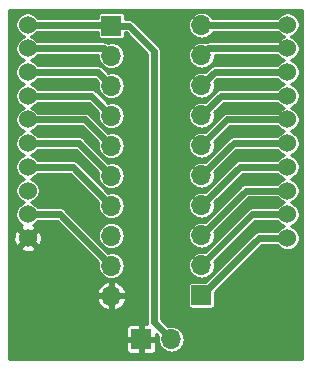
<source format=gbr>
G04 #@! TF.GenerationSoftware,KiCad,Pcbnew,(5.1.2)-2*
G04 #@! TF.CreationDate,2020-01-21T17:10:43+01:00*
G04 #@! TF.ProjectId,xbee-adapter,78626565-2d61-4646-9170-7465722e6b69,rev?*
G04 #@! TF.SameCoordinates,Original*
G04 #@! TF.FileFunction,Copper,L1,Top*
G04 #@! TF.FilePolarity,Positive*
%FSLAX46Y46*%
G04 Gerber Fmt 4.6, Leading zero omitted, Abs format (unit mm)*
G04 Created by KiCad (PCBNEW (5.1.2)-2) date 2020-01-21 17:10:43*
%MOMM*%
%LPD*%
G04 APERTURE LIST*
%ADD10R,1.700000X1.700000*%
%ADD11O,1.700000X1.700000*%
%ADD12C,1.524000*%
%ADD13C,0.609600*%
%ADD14C,0.254000*%
G04 APERTURE END LIST*
D10*
X120726200Y-77698600D03*
D11*
X123266200Y-77698600D03*
D12*
X111109760Y-51066700D03*
X111109760Y-53073300D03*
X111109760Y-55079900D03*
X111109760Y-57086500D03*
X111109760Y-59093100D03*
X111109760Y-61099700D03*
X111109760Y-63106300D03*
X111109760Y-65112900D03*
X111109760Y-67119500D03*
X111109760Y-69126100D03*
X133106160Y-69126100D03*
X133106160Y-67119500D03*
X133106160Y-65112900D03*
X133106160Y-63106300D03*
X133106160Y-61099700D03*
X133106160Y-59093100D03*
X133106160Y-57086500D03*
X133106160Y-55079900D03*
X133106160Y-53073300D03*
X133106160Y-51066700D03*
D10*
X118196360Y-51145440D03*
D11*
X118196360Y-53685440D03*
X118196360Y-56225440D03*
X118196360Y-58765440D03*
X118196360Y-61305440D03*
X118196360Y-63845440D03*
X118196360Y-66385440D03*
X118196360Y-68925440D03*
X118196360Y-71465440D03*
X118196360Y-74005440D03*
X125821440Y-51120200D03*
X125821440Y-53660200D03*
X125821440Y-56200200D03*
X125821440Y-58740200D03*
X125821440Y-61280200D03*
X125821440Y-63820200D03*
X125821440Y-66360200D03*
X125821440Y-68900200D03*
X125821440Y-71440200D03*
D10*
X125821440Y-73980200D03*
D13*
X118117620Y-51066700D02*
X118196360Y-51145440D01*
X111109760Y-51066700D02*
X118117620Y-51066700D01*
X119655960Y-51145440D02*
X121815860Y-53305340D01*
X118196360Y-51145440D02*
X119655960Y-51145440D01*
X121815860Y-76248260D02*
X123266200Y-77698600D01*
X121815860Y-53305340D02*
X121815860Y-76248260D01*
X117584220Y-53073300D02*
X118196360Y-53685440D01*
X111109760Y-53073300D02*
X117584220Y-53073300D01*
X117050820Y-55079900D02*
X118196360Y-56225440D01*
X111109760Y-55079900D02*
X117050820Y-55079900D01*
X116517420Y-57086500D02*
X118196360Y-58765440D01*
X111109760Y-57086500D02*
X116517420Y-57086500D01*
X115984020Y-59093100D02*
X118196360Y-61305440D01*
X111109760Y-59093100D02*
X115984020Y-59093100D01*
X115450620Y-61099700D02*
X118196360Y-63845440D01*
X111109760Y-61099700D02*
X115450620Y-61099700D01*
X114917220Y-63106300D02*
X118196360Y-66385440D01*
X111109760Y-63106300D02*
X114917220Y-63106300D01*
X113850420Y-67119500D02*
X118196360Y-71465440D01*
X111109760Y-67119500D02*
X113850420Y-67119500D01*
X130675540Y-69126100D02*
X125821440Y-73980200D01*
X133106160Y-69126100D02*
X130675540Y-69126100D01*
X130142140Y-67119500D02*
X125821440Y-71440200D01*
X133106160Y-67119500D02*
X130142140Y-67119500D01*
X129608740Y-65112900D02*
X125821440Y-68900200D01*
X133106160Y-65112900D02*
X129608740Y-65112900D01*
X129075340Y-63106300D02*
X125821440Y-66360200D01*
X133106160Y-63106300D02*
X129075340Y-63106300D01*
X128541940Y-61099700D02*
X125821440Y-63820200D01*
X133106160Y-61099700D02*
X128541940Y-61099700D01*
X128008540Y-59093100D02*
X125821440Y-61280200D01*
X133106160Y-59093100D02*
X128008540Y-59093100D01*
X127475140Y-57086500D02*
X125821440Y-58740200D01*
X133106160Y-57086500D02*
X127475140Y-57086500D01*
X126941740Y-55079900D02*
X125821440Y-56200200D01*
X133106160Y-55079900D02*
X126941740Y-55079900D01*
X126408340Y-53073300D02*
X125821440Y-53660200D01*
X133106160Y-53073300D02*
X126408340Y-53073300D01*
X125874940Y-51066700D02*
X125821440Y-51120200D01*
X133106160Y-51066700D02*
X125874940Y-51066700D01*
D14*
G36*
X134315601Y-79350000D02*
G01*
X109524400Y-79350000D01*
X109524400Y-78548600D01*
X119442311Y-78548600D01*
X119450648Y-78633248D01*
X119475339Y-78714642D01*
X119515434Y-78789656D01*
X119569394Y-78855406D01*
X119635144Y-78909366D01*
X119710158Y-78949461D01*
X119791552Y-78974152D01*
X119876200Y-78982489D01*
X120491250Y-78980400D01*
X120599200Y-78872450D01*
X120599200Y-77825600D01*
X120853200Y-77825600D01*
X120853200Y-78872450D01*
X120961150Y-78980400D01*
X121576200Y-78982489D01*
X121660848Y-78974152D01*
X121742242Y-78949461D01*
X121817256Y-78909366D01*
X121883006Y-78855406D01*
X121936966Y-78789656D01*
X121977061Y-78714642D01*
X122001752Y-78633248D01*
X122010089Y-78548600D01*
X122008000Y-77933550D01*
X121900050Y-77825600D01*
X120853200Y-77825600D01*
X120599200Y-77825600D01*
X119552350Y-77825600D01*
X119444400Y-77933550D01*
X119442311Y-78548600D01*
X109524400Y-78548600D01*
X109524400Y-76848600D01*
X119442311Y-76848600D01*
X119444400Y-77463650D01*
X119552350Y-77571600D01*
X120599200Y-77571600D01*
X120599200Y-76524750D01*
X120491250Y-76416800D01*
X119876200Y-76414711D01*
X119791552Y-76423048D01*
X119710158Y-76447739D01*
X119635144Y-76487834D01*
X119569394Y-76541794D01*
X119515434Y-76607544D01*
X119475339Y-76682558D01*
X119450648Y-76763952D01*
X119442311Y-76848600D01*
X109524400Y-76848600D01*
X109524400Y-74330407D01*
X116956438Y-74330407D01*
X116984855Y-74424107D01*
X117089812Y-74652415D01*
X117237292Y-74855860D01*
X117421629Y-75026624D01*
X117635738Y-75158145D01*
X117871392Y-75245368D01*
X118069360Y-75172989D01*
X118069360Y-74132440D01*
X118323360Y-74132440D01*
X118323360Y-75172989D01*
X118521328Y-75245368D01*
X118756982Y-75158145D01*
X118971091Y-75026624D01*
X119155428Y-74855860D01*
X119302908Y-74652415D01*
X119407865Y-74424107D01*
X119436282Y-74330407D01*
X119363320Y-74132440D01*
X118323360Y-74132440D01*
X118069360Y-74132440D01*
X117029400Y-74132440D01*
X116956438Y-74330407D01*
X109524400Y-74330407D01*
X109524400Y-73680473D01*
X116956438Y-73680473D01*
X117029400Y-73878440D01*
X118069360Y-73878440D01*
X118069360Y-72837891D01*
X118323360Y-72837891D01*
X118323360Y-73878440D01*
X119363320Y-73878440D01*
X119436282Y-73680473D01*
X119407865Y-73586773D01*
X119302908Y-73358465D01*
X119155428Y-73155020D01*
X118971091Y-72984256D01*
X118756982Y-72852735D01*
X118521328Y-72765512D01*
X118323360Y-72837891D01*
X118069360Y-72837891D01*
X117871392Y-72765512D01*
X117635738Y-72852735D01*
X117421629Y-72984256D01*
X117237292Y-73155020D01*
X117089812Y-73358465D01*
X116984855Y-73586773D01*
X116956438Y-73680473D01*
X109524400Y-73680473D01*
X109524400Y-69982557D01*
X110432908Y-69982557D01*
X110511375Y-70165772D01*
X110725703Y-70262534D01*
X110954790Y-70315624D01*
X111189832Y-70323001D01*
X111421797Y-70284381D01*
X111641771Y-70201249D01*
X111708145Y-70165772D01*
X111786612Y-69982557D01*
X111109760Y-69305705D01*
X110432908Y-69982557D01*
X109524400Y-69982557D01*
X109524400Y-69206172D01*
X109912859Y-69206172D01*
X109951479Y-69438137D01*
X110034611Y-69658111D01*
X110070088Y-69724485D01*
X110253303Y-69802952D01*
X110930155Y-69126100D01*
X111289365Y-69126100D01*
X111966217Y-69802952D01*
X112149432Y-69724485D01*
X112246194Y-69510157D01*
X112299284Y-69281070D01*
X112306661Y-69046028D01*
X112268041Y-68814063D01*
X112184909Y-68594089D01*
X112149432Y-68527715D01*
X111966217Y-68449248D01*
X111289365Y-69126100D01*
X110930155Y-69126100D01*
X110253303Y-68449248D01*
X110070088Y-68527715D01*
X109973326Y-68742043D01*
X109920236Y-68971130D01*
X109912859Y-69206172D01*
X109524400Y-69206172D01*
X109524400Y-50964131D01*
X110068360Y-50964131D01*
X110068360Y-51169269D01*
X110108380Y-51370465D01*
X110186883Y-51559988D01*
X110300852Y-51730554D01*
X110445906Y-51875608D01*
X110616472Y-51989577D01*
X110805995Y-52068080D01*
X110815648Y-52070000D01*
X110805995Y-52071920D01*
X110616472Y-52150423D01*
X110445906Y-52264392D01*
X110300852Y-52409446D01*
X110186883Y-52580012D01*
X110108380Y-52769535D01*
X110068360Y-52970731D01*
X110068360Y-53175869D01*
X110108380Y-53377065D01*
X110186883Y-53566588D01*
X110300852Y-53737154D01*
X110445906Y-53882208D01*
X110616472Y-53996177D01*
X110805995Y-54074680D01*
X110815648Y-54076600D01*
X110805995Y-54078520D01*
X110616472Y-54157023D01*
X110445906Y-54270992D01*
X110300852Y-54416046D01*
X110186883Y-54586612D01*
X110108380Y-54776135D01*
X110068360Y-54977331D01*
X110068360Y-55182469D01*
X110108380Y-55383665D01*
X110186883Y-55573188D01*
X110300852Y-55743754D01*
X110445906Y-55888808D01*
X110616472Y-56002777D01*
X110805995Y-56081280D01*
X110815648Y-56083200D01*
X110805995Y-56085120D01*
X110616472Y-56163623D01*
X110445906Y-56277592D01*
X110300852Y-56422646D01*
X110186883Y-56593212D01*
X110108380Y-56782735D01*
X110068360Y-56983931D01*
X110068360Y-57189069D01*
X110108380Y-57390265D01*
X110186883Y-57579788D01*
X110300852Y-57750354D01*
X110445906Y-57895408D01*
X110616472Y-58009377D01*
X110805995Y-58087880D01*
X110815648Y-58089800D01*
X110805995Y-58091720D01*
X110616472Y-58170223D01*
X110445906Y-58284192D01*
X110300852Y-58429246D01*
X110186883Y-58599812D01*
X110108380Y-58789335D01*
X110068360Y-58990531D01*
X110068360Y-59195669D01*
X110108380Y-59396865D01*
X110186883Y-59586388D01*
X110300852Y-59756954D01*
X110445906Y-59902008D01*
X110616472Y-60015977D01*
X110805995Y-60094480D01*
X110815648Y-60096400D01*
X110805995Y-60098320D01*
X110616472Y-60176823D01*
X110445906Y-60290792D01*
X110300852Y-60435846D01*
X110186883Y-60606412D01*
X110108380Y-60795935D01*
X110068360Y-60997131D01*
X110068360Y-61202269D01*
X110108380Y-61403465D01*
X110186883Y-61592988D01*
X110300852Y-61763554D01*
X110445906Y-61908608D01*
X110616472Y-62022577D01*
X110805995Y-62101080D01*
X110815648Y-62103000D01*
X110805995Y-62104920D01*
X110616472Y-62183423D01*
X110445906Y-62297392D01*
X110300852Y-62442446D01*
X110186883Y-62613012D01*
X110108380Y-62802535D01*
X110068360Y-63003731D01*
X110068360Y-63208869D01*
X110108380Y-63410065D01*
X110186883Y-63599588D01*
X110300852Y-63770154D01*
X110445906Y-63915208D01*
X110616472Y-64029177D01*
X110805995Y-64107680D01*
X110815648Y-64109600D01*
X110805995Y-64111520D01*
X110616472Y-64190023D01*
X110445906Y-64303992D01*
X110300852Y-64449046D01*
X110186883Y-64619612D01*
X110108380Y-64809135D01*
X110068360Y-65010331D01*
X110068360Y-65215469D01*
X110108380Y-65416665D01*
X110186883Y-65606188D01*
X110300852Y-65776754D01*
X110445906Y-65921808D01*
X110616472Y-66035777D01*
X110805995Y-66114280D01*
X110815648Y-66116200D01*
X110805995Y-66118120D01*
X110616472Y-66196623D01*
X110445906Y-66310592D01*
X110300852Y-66455646D01*
X110186883Y-66626212D01*
X110108380Y-66815735D01*
X110068360Y-67016931D01*
X110068360Y-67222069D01*
X110108380Y-67423265D01*
X110186883Y-67612788D01*
X110300852Y-67783354D01*
X110445906Y-67928408D01*
X110610679Y-68038506D01*
X110577749Y-68050951D01*
X110511375Y-68086428D01*
X110432908Y-68269643D01*
X111109760Y-68946495D01*
X111786612Y-68269643D01*
X111708145Y-68086428D01*
X111606082Y-68040350D01*
X111773614Y-67928408D01*
X111918668Y-67783354D01*
X111971891Y-67703700D01*
X113608437Y-67703700D01*
X117098541Y-71193804D01*
X117083302Y-71244039D01*
X117061496Y-71465440D01*
X117083302Y-71686841D01*
X117147882Y-71899734D01*
X117252755Y-72095937D01*
X117393890Y-72267910D01*
X117565863Y-72409045D01*
X117762066Y-72513918D01*
X117974959Y-72578498D01*
X118140883Y-72594840D01*
X118251837Y-72594840D01*
X118417761Y-72578498D01*
X118630654Y-72513918D01*
X118826857Y-72409045D01*
X118998830Y-72267910D01*
X119139965Y-72095937D01*
X119244838Y-71899734D01*
X119309418Y-71686841D01*
X119331224Y-71465440D01*
X119309418Y-71244039D01*
X119244838Y-71031146D01*
X119139965Y-70834943D01*
X118998830Y-70662970D01*
X118826857Y-70521835D01*
X118630654Y-70416962D01*
X118417761Y-70352382D01*
X118251837Y-70336040D01*
X118140883Y-70336040D01*
X117974959Y-70352382D01*
X117924724Y-70367621D01*
X116482543Y-68925440D01*
X117061496Y-68925440D01*
X117083302Y-69146841D01*
X117147882Y-69359734D01*
X117252755Y-69555937D01*
X117393890Y-69727910D01*
X117565863Y-69869045D01*
X117762066Y-69973918D01*
X117974959Y-70038498D01*
X118140883Y-70054840D01*
X118251837Y-70054840D01*
X118417761Y-70038498D01*
X118630654Y-69973918D01*
X118826857Y-69869045D01*
X118998830Y-69727910D01*
X119139965Y-69555937D01*
X119244838Y-69359734D01*
X119309418Y-69146841D01*
X119331224Y-68925440D01*
X119309418Y-68704039D01*
X119244838Y-68491146D01*
X119139965Y-68294943D01*
X118998830Y-68122970D01*
X118826857Y-67981835D01*
X118630654Y-67876962D01*
X118417761Y-67812382D01*
X118251837Y-67796040D01*
X118140883Y-67796040D01*
X117974959Y-67812382D01*
X117762066Y-67876962D01*
X117565863Y-67981835D01*
X117393890Y-68122970D01*
X117252755Y-68294943D01*
X117147882Y-68491146D01*
X117083302Y-68704039D01*
X117061496Y-68925440D01*
X116482543Y-68925440D01*
X114283802Y-66726699D01*
X114265510Y-66704410D01*
X114176554Y-66631406D01*
X114075065Y-66577159D01*
X113964943Y-66543754D01*
X113879112Y-66535300D01*
X113879104Y-66535300D01*
X113850420Y-66532475D01*
X113821736Y-66535300D01*
X111971891Y-66535300D01*
X111918668Y-66455646D01*
X111773614Y-66310592D01*
X111603048Y-66196623D01*
X111413525Y-66118120D01*
X111403872Y-66116200D01*
X111413525Y-66114280D01*
X111603048Y-66035777D01*
X111773614Y-65921808D01*
X111918668Y-65776754D01*
X112032637Y-65606188D01*
X112111140Y-65416665D01*
X112151160Y-65215469D01*
X112151160Y-65010331D01*
X112111140Y-64809135D01*
X112032637Y-64619612D01*
X111918668Y-64449046D01*
X111773614Y-64303992D01*
X111603048Y-64190023D01*
X111413525Y-64111520D01*
X111403872Y-64109600D01*
X111413525Y-64107680D01*
X111603048Y-64029177D01*
X111773614Y-63915208D01*
X111918668Y-63770154D01*
X111971891Y-63690500D01*
X114675237Y-63690500D01*
X117098541Y-66113804D01*
X117083302Y-66164039D01*
X117061496Y-66385440D01*
X117083302Y-66606841D01*
X117147882Y-66819734D01*
X117252755Y-67015937D01*
X117393890Y-67187910D01*
X117565863Y-67329045D01*
X117762066Y-67433918D01*
X117974959Y-67498498D01*
X118140883Y-67514840D01*
X118251837Y-67514840D01*
X118417761Y-67498498D01*
X118630654Y-67433918D01*
X118826857Y-67329045D01*
X118998830Y-67187910D01*
X119139965Y-67015937D01*
X119244838Y-66819734D01*
X119309418Y-66606841D01*
X119331224Y-66385440D01*
X119309418Y-66164039D01*
X119244838Y-65951146D01*
X119139965Y-65754943D01*
X118998830Y-65582970D01*
X118826857Y-65441835D01*
X118630654Y-65336962D01*
X118417761Y-65272382D01*
X118251837Y-65256040D01*
X118140883Y-65256040D01*
X117974959Y-65272382D01*
X117924724Y-65287621D01*
X115350602Y-62713499D01*
X115332310Y-62691210D01*
X115243354Y-62618206D01*
X115141865Y-62563959D01*
X115031743Y-62530554D01*
X114945912Y-62522100D01*
X114945904Y-62522100D01*
X114917220Y-62519275D01*
X114888536Y-62522100D01*
X111971891Y-62522100D01*
X111918668Y-62442446D01*
X111773614Y-62297392D01*
X111603048Y-62183423D01*
X111413525Y-62104920D01*
X111403872Y-62103000D01*
X111413525Y-62101080D01*
X111603048Y-62022577D01*
X111773614Y-61908608D01*
X111918668Y-61763554D01*
X111971891Y-61683900D01*
X115208637Y-61683900D01*
X117098540Y-63573804D01*
X117083302Y-63624039D01*
X117061496Y-63845440D01*
X117083302Y-64066841D01*
X117147882Y-64279734D01*
X117252755Y-64475937D01*
X117393890Y-64647910D01*
X117565863Y-64789045D01*
X117762066Y-64893918D01*
X117974959Y-64958498D01*
X118140883Y-64974840D01*
X118251837Y-64974840D01*
X118417761Y-64958498D01*
X118630654Y-64893918D01*
X118826857Y-64789045D01*
X118998830Y-64647910D01*
X119139965Y-64475937D01*
X119244838Y-64279734D01*
X119309418Y-64066841D01*
X119331224Y-63845440D01*
X119309418Y-63624039D01*
X119244838Y-63411146D01*
X119139965Y-63214943D01*
X118998830Y-63042970D01*
X118826857Y-62901835D01*
X118630654Y-62796962D01*
X118417761Y-62732382D01*
X118251837Y-62716040D01*
X118140883Y-62716040D01*
X117974959Y-62732382D01*
X117924724Y-62747620D01*
X115884002Y-60706899D01*
X115865710Y-60684610D01*
X115776754Y-60611606D01*
X115675265Y-60557359D01*
X115565143Y-60523954D01*
X115479312Y-60515500D01*
X115479304Y-60515500D01*
X115450620Y-60512675D01*
X115421936Y-60515500D01*
X111971891Y-60515500D01*
X111918668Y-60435846D01*
X111773614Y-60290792D01*
X111603048Y-60176823D01*
X111413525Y-60098320D01*
X111403872Y-60096400D01*
X111413525Y-60094480D01*
X111603048Y-60015977D01*
X111773614Y-59902008D01*
X111918668Y-59756954D01*
X111971891Y-59677300D01*
X115742037Y-59677300D01*
X117098541Y-61033804D01*
X117083302Y-61084039D01*
X117061496Y-61305440D01*
X117083302Y-61526841D01*
X117147882Y-61739734D01*
X117252755Y-61935937D01*
X117393890Y-62107910D01*
X117565863Y-62249045D01*
X117762066Y-62353918D01*
X117974959Y-62418498D01*
X118140883Y-62434840D01*
X118251837Y-62434840D01*
X118417761Y-62418498D01*
X118630654Y-62353918D01*
X118826857Y-62249045D01*
X118998830Y-62107910D01*
X119139965Y-61935937D01*
X119244838Y-61739734D01*
X119309418Y-61526841D01*
X119331224Y-61305440D01*
X119309418Y-61084039D01*
X119244838Y-60871146D01*
X119139965Y-60674943D01*
X118998830Y-60502970D01*
X118826857Y-60361835D01*
X118630654Y-60256962D01*
X118417761Y-60192382D01*
X118251837Y-60176040D01*
X118140883Y-60176040D01*
X117974959Y-60192382D01*
X117924724Y-60207621D01*
X116417402Y-58700299D01*
X116399110Y-58678010D01*
X116310154Y-58605006D01*
X116208665Y-58550759D01*
X116098543Y-58517354D01*
X116012712Y-58508900D01*
X116012704Y-58508900D01*
X115984020Y-58506075D01*
X115955336Y-58508900D01*
X111971891Y-58508900D01*
X111918668Y-58429246D01*
X111773614Y-58284192D01*
X111603048Y-58170223D01*
X111413525Y-58091720D01*
X111403872Y-58089800D01*
X111413525Y-58087880D01*
X111603048Y-58009377D01*
X111773614Y-57895408D01*
X111918668Y-57750354D01*
X111971891Y-57670700D01*
X116275437Y-57670700D01*
X117098541Y-58493804D01*
X117083302Y-58544039D01*
X117061496Y-58765440D01*
X117083302Y-58986841D01*
X117147882Y-59199734D01*
X117252755Y-59395937D01*
X117393890Y-59567910D01*
X117565863Y-59709045D01*
X117762066Y-59813918D01*
X117974959Y-59878498D01*
X118140883Y-59894840D01*
X118251837Y-59894840D01*
X118417761Y-59878498D01*
X118630654Y-59813918D01*
X118826857Y-59709045D01*
X118998830Y-59567910D01*
X119139965Y-59395937D01*
X119244838Y-59199734D01*
X119309418Y-58986841D01*
X119331224Y-58765440D01*
X119309418Y-58544039D01*
X119244838Y-58331146D01*
X119139965Y-58134943D01*
X118998830Y-57962970D01*
X118826857Y-57821835D01*
X118630654Y-57716962D01*
X118417761Y-57652382D01*
X118251837Y-57636040D01*
X118140883Y-57636040D01*
X117974959Y-57652382D01*
X117924724Y-57667621D01*
X116950802Y-56693699D01*
X116932510Y-56671410D01*
X116843554Y-56598406D01*
X116742065Y-56544159D01*
X116631943Y-56510754D01*
X116546112Y-56502300D01*
X116546104Y-56502300D01*
X116517420Y-56499475D01*
X116488736Y-56502300D01*
X111971891Y-56502300D01*
X111918668Y-56422646D01*
X111773614Y-56277592D01*
X111603048Y-56163623D01*
X111413525Y-56085120D01*
X111403872Y-56083200D01*
X111413525Y-56081280D01*
X111603048Y-56002777D01*
X111773614Y-55888808D01*
X111918668Y-55743754D01*
X111971891Y-55664100D01*
X116808837Y-55664100D01*
X117098541Y-55953804D01*
X117083302Y-56004039D01*
X117061496Y-56225440D01*
X117083302Y-56446841D01*
X117147882Y-56659734D01*
X117252755Y-56855937D01*
X117393890Y-57027910D01*
X117565863Y-57169045D01*
X117762066Y-57273918D01*
X117974959Y-57338498D01*
X118140883Y-57354840D01*
X118251837Y-57354840D01*
X118417761Y-57338498D01*
X118630654Y-57273918D01*
X118826857Y-57169045D01*
X118998830Y-57027910D01*
X119139965Y-56855937D01*
X119244838Y-56659734D01*
X119309418Y-56446841D01*
X119331224Y-56225440D01*
X119309418Y-56004039D01*
X119244838Y-55791146D01*
X119139965Y-55594943D01*
X118998830Y-55422970D01*
X118826857Y-55281835D01*
X118630654Y-55176962D01*
X118417761Y-55112382D01*
X118251837Y-55096040D01*
X118140883Y-55096040D01*
X117974959Y-55112382D01*
X117924724Y-55127621D01*
X117484202Y-54687099D01*
X117465910Y-54664810D01*
X117376954Y-54591806D01*
X117275465Y-54537559D01*
X117165343Y-54504154D01*
X117079512Y-54495700D01*
X117079504Y-54495700D01*
X117050820Y-54492875D01*
X117022136Y-54495700D01*
X111971891Y-54495700D01*
X111918668Y-54416046D01*
X111773614Y-54270992D01*
X111603048Y-54157023D01*
X111413525Y-54078520D01*
X111403872Y-54076600D01*
X111413525Y-54074680D01*
X111603048Y-53996177D01*
X111773614Y-53882208D01*
X111918668Y-53737154D01*
X111971891Y-53657500D01*
X117064248Y-53657500D01*
X117061496Y-53685440D01*
X117083302Y-53906841D01*
X117147882Y-54119734D01*
X117252755Y-54315937D01*
X117393890Y-54487910D01*
X117565863Y-54629045D01*
X117762066Y-54733918D01*
X117974959Y-54798498D01*
X118140883Y-54814840D01*
X118251837Y-54814840D01*
X118417761Y-54798498D01*
X118630654Y-54733918D01*
X118826857Y-54629045D01*
X118998830Y-54487910D01*
X119139965Y-54315937D01*
X119244838Y-54119734D01*
X119309418Y-53906841D01*
X119331224Y-53685440D01*
X119309418Y-53464039D01*
X119244838Y-53251146D01*
X119139965Y-53054943D01*
X118998830Y-52882970D01*
X118826857Y-52741835D01*
X118630654Y-52636962D01*
X118417761Y-52572382D01*
X118251837Y-52556040D01*
X118140883Y-52556040D01*
X117974959Y-52572382D01*
X117916380Y-52590152D01*
X117910354Y-52585206D01*
X117808865Y-52530959D01*
X117698743Y-52497554D01*
X117612912Y-52489100D01*
X117612904Y-52489100D01*
X117584220Y-52486275D01*
X117555536Y-52489100D01*
X111971891Y-52489100D01*
X111918668Y-52409446D01*
X111773614Y-52264392D01*
X111603048Y-52150423D01*
X111413525Y-52071920D01*
X111403872Y-52070000D01*
X111413525Y-52068080D01*
X111603048Y-51989577D01*
X111773614Y-51875608D01*
X111918668Y-51730554D01*
X111971891Y-51650900D01*
X117065609Y-51650900D01*
X117065609Y-51995440D01*
X117071004Y-52050212D01*
X117086980Y-52102879D01*
X117112924Y-52151417D01*
X117147839Y-52193961D01*
X117190383Y-52228876D01*
X117238921Y-52254820D01*
X117291588Y-52270796D01*
X117346360Y-52276191D01*
X119046360Y-52276191D01*
X119101132Y-52270796D01*
X119153799Y-52254820D01*
X119202337Y-52228876D01*
X119244881Y-52193961D01*
X119279796Y-52151417D01*
X119305740Y-52102879D01*
X119321716Y-52050212D01*
X119327111Y-51995440D01*
X119327111Y-51729640D01*
X119413977Y-51729640D01*
X121231660Y-53547324D01*
X121231661Y-76219566D01*
X121228835Y-76248260D01*
X121240114Y-76362783D01*
X121256196Y-76415798D01*
X120961150Y-76416800D01*
X120853200Y-76524750D01*
X120853200Y-77571600D01*
X121900050Y-77571600D01*
X122008000Y-77463650D01*
X122008667Y-77267250D01*
X122168381Y-77426964D01*
X122153142Y-77477199D01*
X122131336Y-77698600D01*
X122153142Y-77920001D01*
X122217722Y-78132894D01*
X122322595Y-78329097D01*
X122463730Y-78501070D01*
X122635703Y-78642205D01*
X122831906Y-78747078D01*
X123044799Y-78811658D01*
X123210723Y-78828000D01*
X123321677Y-78828000D01*
X123487601Y-78811658D01*
X123700494Y-78747078D01*
X123896697Y-78642205D01*
X124068670Y-78501070D01*
X124209805Y-78329097D01*
X124314678Y-78132894D01*
X124379258Y-77920001D01*
X124401064Y-77698600D01*
X124379258Y-77477199D01*
X124314678Y-77264306D01*
X124209805Y-77068103D01*
X124068670Y-76896130D01*
X123896697Y-76754995D01*
X123700494Y-76650122D01*
X123487601Y-76585542D01*
X123321677Y-76569200D01*
X123210723Y-76569200D01*
X123044799Y-76585542D01*
X122994564Y-76600781D01*
X122400060Y-76006277D01*
X122400060Y-53334024D01*
X122402885Y-53305340D01*
X122400060Y-53276656D01*
X122400060Y-53276648D01*
X122391606Y-53190817D01*
X122358201Y-53080695D01*
X122303954Y-52979206D01*
X122230950Y-52890250D01*
X122208667Y-52871963D01*
X120456904Y-51120200D01*
X124686576Y-51120200D01*
X124708382Y-51341601D01*
X124772962Y-51554494D01*
X124877835Y-51750697D01*
X125018970Y-51922670D01*
X125190943Y-52063805D01*
X125387146Y-52168678D01*
X125600039Y-52233258D01*
X125765963Y-52249600D01*
X125876917Y-52249600D01*
X126042841Y-52233258D01*
X126255734Y-52168678D01*
X126451937Y-52063805D01*
X126623910Y-51922670D01*
X126765045Y-51750697D01*
X126818388Y-51650900D01*
X132244029Y-51650900D01*
X132297252Y-51730554D01*
X132442306Y-51875608D01*
X132612872Y-51989577D01*
X132802395Y-52068080D01*
X132812048Y-52070000D01*
X132802395Y-52071920D01*
X132612872Y-52150423D01*
X132442306Y-52264392D01*
X132297252Y-52409446D01*
X132244029Y-52489100D01*
X126437024Y-52489100D01*
X126408340Y-52486275D01*
X126379656Y-52489100D01*
X126379648Y-52489100D01*
X126293817Y-52497554D01*
X126183695Y-52530959D01*
X126113384Y-52568541D01*
X126042841Y-52547142D01*
X125876917Y-52530800D01*
X125765963Y-52530800D01*
X125600039Y-52547142D01*
X125387146Y-52611722D01*
X125190943Y-52716595D01*
X125018970Y-52857730D01*
X124877835Y-53029703D01*
X124772962Y-53225906D01*
X124708382Y-53438799D01*
X124686576Y-53660200D01*
X124708382Y-53881601D01*
X124772962Y-54094494D01*
X124877835Y-54290697D01*
X125018970Y-54462670D01*
X125190943Y-54603805D01*
X125387146Y-54708678D01*
X125600039Y-54773258D01*
X125765963Y-54789600D01*
X125876917Y-54789600D01*
X126042841Y-54773258D01*
X126255734Y-54708678D01*
X126451937Y-54603805D01*
X126623910Y-54462670D01*
X126765045Y-54290697D01*
X126869918Y-54094494D01*
X126934498Y-53881601D01*
X126956304Y-53660200D01*
X126956038Y-53657500D01*
X132244029Y-53657500D01*
X132297252Y-53737154D01*
X132442306Y-53882208D01*
X132612872Y-53996177D01*
X132802395Y-54074680D01*
X132812048Y-54076600D01*
X132802395Y-54078520D01*
X132612872Y-54157023D01*
X132442306Y-54270992D01*
X132297252Y-54416046D01*
X132244029Y-54495700D01*
X126970421Y-54495700D01*
X126941739Y-54492875D01*
X126913057Y-54495700D01*
X126913048Y-54495700D01*
X126827217Y-54504154D01*
X126717095Y-54537559D01*
X126615606Y-54591806D01*
X126526650Y-54664810D01*
X126508358Y-54687099D01*
X126093076Y-55102381D01*
X126042841Y-55087142D01*
X125876917Y-55070800D01*
X125765963Y-55070800D01*
X125600039Y-55087142D01*
X125387146Y-55151722D01*
X125190943Y-55256595D01*
X125018970Y-55397730D01*
X124877835Y-55569703D01*
X124772962Y-55765906D01*
X124708382Y-55978799D01*
X124686576Y-56200200D01*
X124708382Y-56421601D01*
X124772962Y-56634494D01*
X124877835Y-56830697D01*
X125018970Y-57002670D01*
X125190943Y-57143805D01*
X125387146Y-57248678D01*
X125600039Y-57313258D01*
X125765963Y-57329600D01*
X125876917Y-57329600D01*
X126042841Y-57313258D01*
X126255734Y-57248678D01*
X126451937Y-57143805D01*
X126623910Y-57002670D01*
X126765045Y-56830697D01*
X126869918Y-56634494D01*
X126934498Y-56421601D01*
X126956304Y-56200200D01*
X126934498Y-55978799D01*
X126919259Y-55928564D01*
X127183723Y-55664100D01*
X132244029Y-55664100D01*
X132297252Y-55743754D01*
X132442306Y-55888808D01*
X132612872Y-56002777D01*
X132802395Y-56081280D01*
X132812048Y-56083200D01*
X132802395Y-56085120D01*
X132612872Y-56163623D01*
X132442306Y-56277592D01*
X132297252Y-56422646D01*
X132244029Y-56502300D01*
X127503824Y-56502300D01*
X127475140Y-56499475D01*
X127446456Y-56502300D01*
X127446448Y-56502300D01*
X127360617Y-56510754D01*
X127250495Y-56544159D01*
X127149006Y-56598406D01*
X127102327Y-56636715D01*
X127082336Y-56653120D01*
X127082334Y-56653122D01*
X127060050Y-56671410D01*
X127041762Y-56693694D01*
X126093076Y-57642381D01*
X126042841Y-57627142D01*
X125876917Y-57610800D01*
X125765963Y-57610800D01*
X125600039Y-57627142D01*
X125387146Y-57691722D01*
X125190943Y-57796595D01*
X125018970Y-57937730D01*
X124877835Y-58109703D01*
X124772962Y-58305906D01*
X124708382Y-58518799D01*
X124686576Y-58740200D01*
X124708382Y-58961601D01*
X124772962Y-59174494D01*
X124877835Y-59370697D01*
X125018970Y-59542670D01*
X125190943Y-59683805D01*
X125387146Y-59788678D01*
X125600039Y-59853258D01*
X125765963Y-59869600D01*
X125876917Y-59869600D01*
X126042841Y-59853258D01*
X126255734Y-59788678D01*
X126451937Y-59683805D01*
X126623910Y-59542670D01*
X126765045Y-59370697D01*
X126869918Y-59174494D01*
X126934498Y-58961601D01*
X126956304Y-58740200D01*
X126934498Y-58518799D01*
X126919259Y-58468564D01*
X127717124Y-57670700D01*
X132244029Y-57670700D01*
X132297252Y-57750354D01*
X132442306Y-57895408D01*
X132612872Y-58009377D01*
X132802395Y-58087880D01*
X132812048Y-58089800D01*
X132802395Y-58091720D01*
X132612872Y-58170223D01*
X132442306Y-58284192D01*
X132297252Y-58429246D01*
X132244029Y-58508900D01*
X128037221Y-58508900D01*
X128008539Y-58506075D01*
X127979857Y-58508900D01*
X127979848Y-58508900D01*
X127894017Y-58517354D01*
X127783895Y-58550759D01*
X127682406Y-58605006D01*
X127593450Y-58678010D01*
X127575158Y-58700299D01*
X126093076Y-60182381D01*
X126042841Y-60167142D01*
X125876917Y-60150800D01*
X125765963Y-60150800D01*
X125600039Y-60167142D01*
X125387146Y-60231722D01*
X125190943Y-60336595D01*
X125018970Y-60477730D01*
X124877835Y-60649703D01*
X124772962Y-60845906D01*
X124708382Y-61058799D01*
X124686576Y-61280200D01*
X124708382Y-61501601D01*
X124772962Y-61714494D01*
X124877835Y-61910697D01*
X125018970Y-62082670D01*
X125190943Y-62223805D01*
X125387146Y-62328678D01*
X125600039Y-62393258D01*
X125765963Y-62409600D01*
X125876917Y-62409600D01*
X126042841Y-62393258D01*
X126255734Y-62328678D01*
X126451937Y-62223805D01*
X126623910Y-62082670D01*
X126765045Y-61910697D01*
X126869918Y-61714494D01*
X126934498Y-61501601D01*
X126956304Y-61280200D01*
X126934498Y-61058799D01*
X126919259Y-61008564D01*
X128250523Y-59677300D01*
X132244029Y-59677300D01*
X132297252Y-59756954D01*
X132442306Y-59902008D01*
X132612872Y-60015977D01*
X132802395Y-60094480D01*
X132812048Y-60096400D01*
X132802395Y-60098320D01*
X132612872Y-60176823D01*
X132442306Y-60290792D01*
X132297252Y-60435846D01*
X132244029Y-60515500D01*
X128570624Y-60515500D01*
X128541940Y-60512675D01*
X128513256Y-60515500D01*
X128513248Y-60515500D01*
X128437291Y-60522981D01*
X128427416Y-60523954D01*
X128317295Y-60557359D01*
X128215806Y-60611606D01*
X128169384Y-60649703D01*
X128149136Y-60666320D01*
X128149134Y-60666322D01*
X128126850Y-60684610D01*
X128108562Y-60706894D01*
X126093076Y-62722381D01*
X126042841Y-62707142D01*
X125876917Y-62690800D01*
X125765963Y-62690800D01*
X125600039Y-62707142D01*
X125387146Y-62771722D01*
X125190943Y-62876595D01*
X125018970Y-63017730D01*
X124877835Y-63189703D01*
X124772962Y-63385906D01*
X124708382Y-63598799D01*
X124686576Y-63820200D01*
X124708382Y-64041601D01*
X124772962Y-64254494D01*
X124877835Y-64450697D01*
X125018970Y-64622670D01*
X125190943Y-64763805D01*
X125387146Y-64868678D01*
X125600039Y-64933258D01*
X125765963Y-64949600D01*
X125876917Y-64949600D01*
X126042841Y-64933258D01*
X126255734Y-64868678D01*
X126451937Y-64763805D01*
X126623910Y-64622670D01*
X126765045Y-64450697D01*
X126869918Y-64254494D01*
X126934498Y-64041601D01*
X126956304Y-63820200D01*
X126934498Y-63598799D01*
X126919259Y-63548564D01*
X128783924Y-61683900D01*
X132244029Y-61683900D01*
X132297252Y-61763554D01*
X132442306Y-61908608D01*
X132612872Y-62022577D01*
X132802395Y-62101080D01*
X132812048Y-62103000D01*
X132802395Y-62104920D01*
X132612872Y-62183423D01*
X132442306Y-62297392D01*
X132297252Y-62442446D01*
X132244029Y-62522100D01*
X129104032Y-62522100D01*
X129075340Y-62519274D01*
X128960817Y-62530554D01*
X128850695Y-62563959D01*
X128749206Y-62618206D01*
X128682536Y-62672920D01*
X128682534Y-62672922D01*
X128660250Y-62691210D01*
X128641962Y-62713494D01*
X126093076Y-65262381D01*
X126042841Y-65247142D01*
X125876917Y-65230800D01*
X125765963Y-65230800D01*
X125600039Y-65247142D01*
X125387146Y-65311722D01*
X125190943Y-65416595D01*
X125018970Y-65557730D01*
X124877835Y-65729703D01*
X124772962Y-65925906D01*
X124708382Y-66138799D01*
X124686576Y-66360200D01*
X124708382Y-66581601D01*
X124772962Y-66794494D01*
X124877835Y-66990697D01*
X125018970Y-67162670D01*
X125190943Y-67303805D01*
X125387146Y-67408678D01*
X125600039Y-67473258D01*
X125765963Y-67489600D01*
X125876917Y-67489600D01*
X126042841Y-67473258D01*
X126255734Y-67408678D01*
X126451937Y-67303805D01*
X126623910Y-67162670D01*
X126765045Y-66990697D01*
X126869918Y-66794494D01*
X126934498Y-66581601D01*
X126956304Y-66360200D01*
X126934498Y-66138799D01*
X126919259Y-66088564D01*
X129317324Y-63690500D01*
X132244029Y-63690500D01*
X132297252Y-63770154D01*
X132442306Y-63915208D01*
X132612872Y-64029177D01*
X132802395Y-64107680D01*
X132812048Y-64109600D01*
X132802395Y-64111520D01*
X132612872Y-64190023D01*
X132442306Y-64303992D01*
X132297252Y-64449046D01*
X132244029Y-64528700D01*
X129637423Y-64528700D01*
X129608739Y-64525875D01*
X129580055Y-64528700D01*
X129580048Y-64528700D01*
X129505022Y-64536090D01*
X129494216Y-64537154D01*
X129460811Y-64547288D01*
X129384095Y-64570559D01*
X129282606Y-64624806D01*
X129254454Y-64647910D01*
X129215936Y-64679520D01*
X129215934Y-64679522D01*
X129193650Y-64697810D01*
X129175362Y-64720094D01*
X126093076Y-67802381D01*
X126042841Y-67787142D01*
X125876917Y-67770800D01*
X125765963Y-67770800D01*
X125600039Y-67787142D01*
X125387146Y-67851722D01*
X125190943Y-67956595D01*
X125018970Y-68097730D01*
X124877835Y-68269703D01*
X124772962Y-68465906D01*
X124708382Y-68678799D01*
X124686576Y-68900200D01*
X124708382Y-69121601D01*
X124772962Y-69334494D01*
X124877835Y-69530697D01*
X125018970Y-69702670D01*
X125190943Y-69843805D01*
X125387146Y-69948678D01*
X125600039Y-70013258D01*
X125765963Y-70029600D01*
X125876917Y-70029600D01*
X126042841Y-70013258D01*
X126255734Y-69948678D01*
X126451937Y-69843805D01*
X126623910Y-69702670D01*
X126765045Y-69530697D01*
X126869918Y-69334494D01*
X126934498Y-69121601D01*
X126956304Y-68900200D01*
X126934498Y-68678799D01*
X126919259Y-68628564D01*
X129850724Y-65697100D01*
X132244029Y-65697100D01*
X132297252Y-65776754D01*
X132442306Y-65921808D01*
X132612872Y-66035777D01*
X132802395Y-66114280D01*
X132812048Y-66116200D01*
X132802395Y-66118120D01*
X132612872Y-66196623D01*
X132442306Y-66310592D01*
X132297252Y-66455646D01*
X132244029Y-66535300D01*
X130170832Y-66535300D01*
X130142140Y-66532474D01*
X130027617Y-66543754D01*
X129917495Y-66577159D01*
X129816006Y-66631406D01*
X129749336Y-66686120D01*
X129749334Y-66686122D01*
X129727050Y-66704410D01*
X129708762Y-66726694D01*
X126093076Y-70342381D01*
X126042841Y-70327142D01*
X125876917Y-70310800D01*
X125765963Y-70310800D01*
X125600039Y-70327142D01*
X125387146Y-70391722D01*
X125190943Y-70496595D01*
X125018970Y-70637730D01*
X124877835Y-70809703D01*
X124772962Y-71005906D01*
X124708382Y-71218799D01*
X124686576Y-71440200D01*
X124708382Y-71661601D01*
X124772962Y-71874494D01*
X124877835Y-72070697D01*
X125018970Y-72242670D01*
X125190943Y-72383805D01*
X125387146Y-72488678D01*
X125600039Y-72553258D01*
X125765963Y-72569600D01*
X125876917Y-72569600D01*
X126042841Y-72553258D01*
X126255734Y-72488678D01*
X126451937Y-72383805D01*
X126623910Y-72242670D01*
X126765045Y-72070697D01*
X126869918Y-71874494D01*
X126934498Y-71661601D01*
X126956304Y-71440200D01*
X126934498Y-71218799D01*
X126919259Y-71168564D01*
X130384124Y-67703700D01*
X132244029Y-67703700D01*
X132297252Y-67783354D01*
X132442306Y-67928408D01*
X132612872Y-68042377D01*
X132802395Y-68120880D01*
X132812048Y-68122800D01*
X132802395Y-68124720D01*
X132612872Y-68203223D01*
X132442306Y-68317192D01*
X132297252Y-68462246D01*
X132244029Y-68541900D01*
X130704223Y-68541900D01*
X130675539Y-68539075D01*
X130646855Y-68541900D01*
X130646848Y-68541900D01*
X130571822Y-68549290D01*
X130561016Y-68550354D01*
X130527611Y-68560488D01*
X130450895Y-68583759D01*
X130349406Y-68638006D01*
X130303651Y-68675556D01*
X130282736Y-68692720D01*
X130282734Y-68692722D01*
X130260450Y-68711010D01*
X130242162Y-68733294D01*
X126126008Y-72849449D01*
X124971440Y-72849449D01*
X124916668Y-72854844D01*
X124864001Y-72870820D01*
X124815463Y-72896764D01*
X124772919Y-72931679D01*
X124738004Y-72974223D01*
X124712060Y-73022761D01*
X124696084Y-73075428D01*
X124690689Y-73130200D01*
X124690689Y-74830200D01*
X124696084Y-74884972D01*
X124712060Y-74937639D01*
X124738004Y-74986177D01*
X124772919Y-75028721D01*
X124815463Y-75063636D01*
X124864001Y-75089580D01*
X124916668Y-75105556D01*
X124971440Y-75110951D01*
X126671440Y-75110951D01*
X126726212Y-75105556D01*
X126778879Y-75089580D01*
X126827417Y-75063636D01*
X126869961Y-75028721D01*
X126904876Y-74986177D01*
X126930820Y-74937639D01*
X126946796Y-74884972D01*
X126952191Y-74830200D01*
X126952191Y-73675632D01*
X130917524Y-69710300D01*
X132244029Y-69710300D01*
X132297252Y-69789954D01*
X132442306Y-69935008D01*
X132612872Y-70048977D01*
X132802395Y-70127480D01*
X133003591Y-70167500D01*
X133208729Y-70167500D01*
X133409925Y-70127480D01*
X133599448Y-70048977D01*
X133770014Y-69935008D01*
X133915068Y-69789954D01*
X134029037Y-69619388D01*
X134107540Y-69429865D01*
X134147560Y-69228669D01*
X134147560Y-69023531D01*
X134107540Y-68822335D01*
X134029037Y-68632812D01*
X133915068Y-68462246D01*
X133770014Y-68317192D01*
X133599448Y-68203223D01*
X133409925Y-68124720D01*
X133400272Y-68122800D01*
X133409925Y-68120880D01*
X133599448Y-68042377D01*
X133770014Y-67928408D01*
X133915068Y-67783354D01*
X134029037Y-67612788D01*
X134107540Y-67423265D01*
X134147560Y-67222069D01*
X134147560Y-67016931D01*
X134107540Y-66815735D01*
X134029037Y-66626212D01*
X133915068Y-66455646D01*
X133770014Y-66310592D01*
X133599448Y-66196623D01*
X133409925Y-66118120D01*
X133400272Y-66116200D01*
X133409925Y-66114280D01*
X133599448Y-66035777D01*
X133770014Y-65921808D01*
X133915068Y-65776754D01*
X134029037Y-65606188D01*
X134107540Y-65416665D01*
X134147560Y-65215469D01*
X134147560Y-65010331D01*
X134107540Y-64809135D01*
X134029037Y-64619612D01*
X133915068Y-64449046D01*
X133770014Y-64303992D01*
X133599448Y-64190023D01*
X133409925Y-64111520D01*
X133400272Y-64109600D01*
X133409925Y-64107680D01*
X133599448Y-64029177D01*
X133770014Y-63915208D01*
X133915068Y-63770154D01*
X134029037Y-63599588D01*
X134107540Y-63410065D01*
X134147560Y-63208869D01*
X134147560Y-63003731D01*
X134107540Y-62802535D01*
X134029037Y-62613012D01*
X133915068Y-62442446D01*
X133770014Y-62297392D01*
X133599448Y-62183423D01*
X133409925Y-62104920D01*
X133400272Y-62103000D01*
X133409925Y-62101080D01*
X133599448Y-62022577D01*
X133770014Y-61908608D01*
X133915068Y-61763554D01*
X134029037Y-61592988D01*
X134107540Y-61403465D01*
X134147560Y-61202269D01*
X134147560Y-60997131D01*
X134107540Y-60795935D01*
X134029037Y-60606412D01*
X133915068Y-60435846D01*
X133770014Y-60290792D01*
X133599448Y-60176823D01*
X133409925Y-60098320D01*
X133400272Y-60096400D01*
X133409925Y-60094480D01*
X133599448Y-60015977D01*
X133770014Y-59902008D01*
X133915068Y-59756954D01*
X134029037Y-59586388D01*
X134107540Y-59396865D01*
X134147560Y-59195669D01*
X134147560Y-58990531D01*
X134107540Y-58789335D01*
X134029037Y-58599812D01*
X133915068Y-58429246D01*
X133770014Y-58284192D01*
X133599448Y-58170223D01*
X133409925Y-58091720D01*
X133400272Y-58089800D01*
X133409925Y-58087880D01*
X133599448Y-58009377D01*
X133770014Y-57895408D01*
X133915068Y-57750354D01*
X134029037Y-57579788D01*
X134107540Y-57390265D01*
X134147560Y-57189069D01*
X134147560Y-56983931D01*
X134107540Y-56782735D01*
X134029037Y-56593212D01*
X133915068Y-56422646D01*
X133770014Y-56277592D01*
X133599448Y-56163623D01*
X133409925Y-56085120D01*
X133400272Y-56083200D01*
X133409925Y-56081280D01*
X133599448Y-56002777D01*
X133770014Y-55888808D01*
X133915068Y-55743754D01*
X134029037Y-55573188D01*
X134107540Y-55383665D01*
X134147560Y-55182469D01*
X134147560Y-54977331D01*
X134107540Y-54776135D01*
X134029037Y-54586612D01*
X133915068Y-54416046D01*
X133770014Y-54270992D01*
X133599448Y-54157023D01*
X133409925Y-54078520D01*
X133400272Y-54076600D01*
X133409925Y-54074680D01*
X133599448Y-53996177D01*
X133770014Y-53882208D01*
X133915068Y-53737154D01*
X134029037Y-53566588D01*
X134107540Y-53377065D01*
X134147560Y-53175869D01*
X134147560Y-52970731D01*
X134107540Y-52769535D01*
X134029037Y-52580012D01*
X133915068Y-52409446D01*
X133770014Y-52264392D01*
X133599448Y-52150423D01*
X133409925Y-52071920D01*
X133400272Y-52070000D01*
X133409925Y-52068080D01*
X133599448Y-51989577D01*
X133770014Y-51875608D01*
X133915068Y-51730554D01*
X134029037Y-51559988D01*
X134107540Y-51370465D01*
X134147560Y-51169269D01*
X134147560Y-50964131D01*
X134107540Y-50762935D01*
X134029037Y-50573412D01*
X133915068Y-50402846D01*
X133770014Y-50257792D01*
X133599448Y-50143823D01*
X133409925Y-50065320D01*
X133208729Y-50025300D01*
X133003591Y-50025300D01*
X132802395Y-50065320D01*
X132612872Y-50143823D01*
X132442306Y-50257792D01*
X132297252Y-50402846D01*
X132244029Y-50482500D01*
X126759134Y-50482500D01*
X126623910Y-50317730D01*
X126451937Y-50176595D01*
X126255734Y-50071722D01*
X126042841Y-50007142D01*
X125876917Y-49990800D01*
X125765963Y-49990800D01*
X125600039Y-50007142D01*
X125387146Y-50071722D01*
X125190943Y-50176595D01*
X125018970Y-50317730D01*
X124877835Y-50489703D01*
X124772962Y-50685906D01*
X124708382Y-50898799D01*
X124686576Y-51120200D01*
X120456904Y-51120200D01*
X120089340Y-50752637D01*
X120071050Y-50730350D01*
X119982094Y-50657346D01*
X119880605Y-50603099D01*
X119770483Y-50569694D01*
X119684652Y-50561240D01*
X119684644Y-50561240D01*
X119655960Y-50558415D01*
X119627276Y-50561240D01*
X119327111Y-50561240D01*
X119327111Y-50295440D01*
X119321716Y-50240668D01*
X119305740Y-50188001D01*
X119279796Y-50139463D01*
X119244881Y-50096919D01*
X119202337Y-50062004D01*
X119153799Y-50036060D01*
X119101132Y-50020084D01*
X119046360Y-50014689D01*
X117346360Y-50014689D01*
X117291588Y-50020084D01*
X117238921Y-50036060D01*
X117190383Y-50062004D01*
X117147839Y-50096919D01*
X117112924Y-50139463D01*
X117086980Y-50188001D01*
X117071004Y-50240668D01*
X117065609Y-50295440D01*
X117065609Y-50482500D01*
X111971891Y-50482500D01*
X111918668Y-50402846D01*
X111773614Y-50257792D01*
X111603048Y-50143823D01*
X111413525Y-50065320D01*
X111212329Y-50025300D01*
X111007191Y-50025300D01*
X110805995Y-50065320D01*
X110616472Y-50143823D01*
X110445906Y-50257792D01*
X110300852Y-50402846D01*
X110186883Y-50573412D01*
X110108380Y-50762935D01*
X110068360Y-50964131D01*
X109524400Y-50964131D01*
X109524400Y-49834400D01*
X134315600Y-49834400D01*
X134315601Y-79350000D01*
X134315601Y-79350000D01*
G37*
X134315601Y-79350000D02*
X109524400Y-79350000D01*
X109524400Y-78548600D01*
X119442311Y-78548600D01*
X119450648Y-78633248D01*
X119475339Y-78714642D01*
X119515434Y-78789656D01*
X119569394Y-78855406D01*
X119635144Y-78909366D01*
X119710158Y-78949461D01*
X119791552Y-78974152D01*
X119876200Y-78982489D01*
X120491250Y-78980400D01*
X120599200Y-78872450D01*
X120599200Y-77825600D01*
X120853200Y-77825600D01*
X120853200Y-78872450D01*
X120961150Y-78980400D01*
X121576200Y-78982489D01*
X121660848Y-78974152D01*
X121742242Y-78949461D01*
X121817256Y-78909366D01*
X121883006Y-78855406D01*
X121936966Y-78789656D01*
X121977061Y-78714642D01*
X122001752Y-78633248D01*
X122010089Y-78548600D01*
X122008000Y-77933550D01*
X121900050Y-77825600D01*
X120853200Y-77825600D01*
X120599200Y-77825600D01*
X119552350Y-77825600D01*
X119444400Y-77933550D01*
X119442311Y-78548600D01*
X109524400Y-78548600D01*
X109524400Y-76848600D01*
X119442311Y-76848600D01*
X119444400Y-77463650D01*
X119552350Y-77571600D01*
X120599200Y-77571600D01*
X120599200Y-76524750D01*
X120491250Y-76416800D01*
X119876200Y-76414711D01*
X119791552Y-76423048D01*
X119710158Y-76447739D01*
X119635144Y-76487834D01*
X119569394Y-76541794D01*
X119515434Y-76607544D01*
X119475339Y-76682558D01*
X119450648Y-76763952D01*
X119442311Y-76848600D01*
X109524400Y-76848600D01*
X109524400Y-74330407D01*
X116956438Y-74330407D01*
X116984855Y-74424107D01*
X117089812Y-74652415D01*
X117237292Y-74855860D01*
X117421629Y-75026624D01*
X117635738Y-75158145D01*
X117871392Y-75245368D01*
X118069360Y-75172989D01*
X118069360Y-74132440D01*
X118323360Y-74132440D01*
X118323360Y-75172989D01*
X118521328Y-75245368D01*
X118756982Y-75158145D01*
X118971091Y-75026624D01*
X119155428Y-74855860D01*
X119302908Y-74652415D01*
X119407865Y-74424107D01*
X119436282Y-74330407D01*
X119363320Y-74132440D01*
X118323360Y-74132440D01*
X118069360Y-74132440D01*
X117029400Y-74132440D01*
X116956438Y-74330407D01*
X109524400Y-74330407D01*
X109524400Y-73680473D01*
X116956438Y-73680473D01*
X117029400Y-73878440D01*
X118069360Y-73878440D01*
X118069360Y-72837891D01*
X118323360Y-72837891D01*
X118323360Y-73878440D01*
X119363320Y-73878440D01*
X119436282Y-73680473D01*
X119407865Y-73586773D01*
X119302908Y-73358465D01*
X119155428Y-73155020D01*
X118971091Y-72984256D01*
X118756982Y-72852735D01*
X118521328Y-72765512D01*
X118323360Y-72837891D01*
X118069360Y-72837891D01*
X117871392Y-72765512D01*
X117635738Y-72852735D01*
X117421629Y-72984256D01*
X117237292Y-73155020D01*
X117089812Y-73358465D01*
X116984855Y-73586773D01*
X116956438Y-73680473D01*
X109524400Y-73680473D01*
X109524400Y-69982557D01*
X110432908Y-69982557D01*
X110511375Y-70165772D01*
X110725703Y-70262534D01*
X110954790Y-70315624D01*
X111189832Y-70323001D01*
X111421797Y-70284381D01*
X111641771Y-70201249D01*
X111708145Y-70165772D01*
X111786612Y-69982557D01*
X111109760Y-69305705D01*
X110432908Y-69982557D01*
X109524400Y-69982557D01*
X109524400Y-69206172D01*
X109912859Y-69206172D01*
X109951479Y-69438137D01*
X110034611Y-69658111D01*
X110070088Y-69724485D01*
X110253303Y-69802952D01*
X110930155Y-69126100D01*
X111289365Y-69126100D01*
X111966217Y-69802952D01*
X112149432Y-69724485D01*
X112246194Y-69510157D01*
X112299284Y-69281070D01*
X112306661Y-69046028D01*
X112268041Y-68814063D01*
X112184909Y-68594089D01*
X112149432Y-68527715D01*
X111966217Y-68449248D01*
X111289365Y-69126100D01*
X110930155Y-69126100D01*
X110253303Y-68449248D01*
X110070088Y-68527715D01*
X109973326Y-68742043D01*
X109920236Y-68971130D01*
X109912859Y-69206172D01*
X109524400Y-69206172D01*
X109524400Y-50964131D01*
X110068360Y-50964131D01*
X110068360Y-51169269D01*
X110108380Y-51370465D01*
X110186883Y-51559988D01*
X110300852Y-51730554D01*
X110445906Y-51875608D01*
X110616472Y-51989577D01*
X110805995Y-52068080D01*
X110815648Y-52070000D01*
X110805995Y-52071920D01*
X110616472Y-52150423D01*
X110445906Y-52264392D01*
X110300852Y-52409446D01*
X110186883Y-52580012D01*
X110108380Y-52769535D01*
X110068360Y-52970731D01*
X110068360Y-53175869D01*
X110108380Y-53377065D01*
X110186883Y-53566588D01*
X110300852Y-53737154D01*
X110445906Y-53882208D01*
X110616472Y-53996177D01*
X110805995Y-54074680D01*
X110815648Y-54076600D01*
X110805995Y-54078520D01*
X110616472Y-54157023D01*
X110445906Y-54270992D01*
X110300852Y-54416046D01*
X110186883Y-54586612D01*
X110108380Y-54776135D01*
X110068360Y-54977331D01*
X110068360Y-55182469D01*
X110108380Y-55383665D01*
X110186883Y-55573188D01*
X110300852Y-55743754D01*
X110445906Y-55888808D01*
X110616472Y-56002777D01*
X110805995Y-56081280D01*
X110815648Y-56083200D01*
X110805995Y-56085120D01*
X110616472Y-56163623D01*
X110445906Y-56277592D01*
X110300852Y-56422646D01*
X110186883Y-56593212D01*
X110108380Y-56782735D01*
X110068360Y-56983931D01*
X110068360Y-57189069D01*
X110108380Y-57390265D01*
X110186883Y-57579788D01*
X110300852Y-57750354D01*
X110445906Y-57895408D01*
X110616472Y-58009377D01*
X110805995Y-58087880D01*
X110815648Y-58089800D01*
X110805995Y-58091720D01*
X110616472Y-58170223D01*
X110445906Y-58284192D01*
X110300852Y-58429246D01*
X110186883Y-58599812D01*
X110108380Y-58789335D01*
X110068360Y-58990531D01*
X110068360Y-59195669D01*
X110108380Y-59396865D01*
X110186883Y-59586388D01*
X110300852Y-59756954D01*
X110445906Y-59902008D01*
X110616472Y-60015977D01*
X110805995Y-60094480D01*
X110815648Y-60096400D01*
X110805995Y-60098320D01*
X110616472Y-60176823D01*
X110445906Y-60290792D01*
X110300852Y-60435846D01*
X110186883Y-60606412D01*
X110108380Y-60795935D01*
X110068360Y-60997131D01*
X110068360Y-61202269D01*
X110108380Y-61403465D01*
X110186883Y-61592988D01*
X110300852Y-61763554D01*
X110445906Y-61908608D01*
X110616472Y-62022577D01*
X110805995Y-62101080D01*
X110815648Y-62103000D01*
X110805995Y-62104920D01*
X110616472Y-62183423D01*
X110445906Y-62297392D01*
X110300852Y-62442446D01*
X110186883Y-62613012D01*
X110108380Y-62802535D01*
X110068360Y-63003731D01*
X110068360Y-63208869D01*
X110108380Y-63410065D01*
X110186883Y-63599588D01*
X110300852Y-63770154D01*
X110445906Y-63915208D01*
X110616472Y-64029177D01*
X110805995Y-64107680D01*
X110815648Y-64109600D01*
X110805995Y-64111520D01*
X110616472Y-64190023D01*
X110445906Y-64303992D01*
X110300852Y-64449046D01*
X110186883Y-64619612D01*
X110108380Y-64809135D01*
X110068360Y-65010331D01*
X110068360Y-65215469D01*
X110108380Y-65416665D01*
X110186883Y-65606188D01*
X110300852Y-65776754D01*
X110445906Y-65921808D01*
X110616472Y-66035777D01*
X110805995Y-66114280D01*
X110815648Y-66116200D01*
X110805995Y-66118120D01*
X110616472Y-66196623D01*
X110445906Y-66310592D01*
X110300852Y-66455646D01*
X110186883Y-66626212D01*
X110108380Y-66815735D01*
X110068360Y-67016931D01*
X110068360Y-67222069D01*
X110108380Y-67423265D01*
X110186883Y-67612788D01*
X110300852Y-67783354D01*
X110445906Y-67928408D01*
X110610679Y-68038506D01*
X110577749Y-68050951D01*
X110511375Y-68086428D01*
X110432908Y-68269643D01*
X111109760Y-68946495D01*
X111786612Y-68269643D01*
X111708145Y-68086428D01*
X111606082Y-68040350D01*
X111773614Y-67928408D01*
X111918668Y-67783354D01*
X111971891Y-67703700D01*
X113608437Y-67703700D01*
X117098541Y-71193804D01*
X117083302Y-71244039D01*
X117061496Y-71465440D01*
X117083302Y-71686841D01*
X117147882Y-71899734D01*
X117252755Y-72095937D01*
X117393890Y-72267910D01*
X117565863Y-72409045D01*
X117762066Y-72513918D01*
X117974959Y-72578498D01*
X118140883Y-72594840D01*
X118251837Y-72594840D01*
X118417761Y-72578498D01*
X118630654Y-72513918D01*
X118826857Y-72409045D01*
X118998830Y-72267910D01*
X119139965Y-72095937D01*
X119244838Y-71899734D01*
X119309418Y-71686841D01*
X119331224Y-71465440D01*
X119309418Y-71244039D01*
X119244838Y-71031146D01*
X119139965Y-70834943D01*
X118998830Y-70662970D01*
X118826857Y-70521835D01*
X118630654Y-70416962D01*
X118417761Y-70352382D01*
X118251837Y-70336040D01*
X118140883Y-70336040D01*
X117974959Y-70352382D01*
X117924724Y-70367621D01*
X116482543Y-68925440D01*
X117061496Y-68925440D01*
X117083302Y-69146841D01*
X117147882Y-69359734D01*
X117252755Y-69555937D01*
X117393890Y-69727910D01*
X117565863Y-69869045D01*
X117762066Y-69973918D01*
X117974959Y-70038498D01*
X118140883Y-70054840D01*
X118251837Y-70054840D01*
X118417761Y-70038498D01*
X118630654Y-69973918D01*
X118826857Y-69869045D01*
X118998830Y-69727910D01*
X119139965Y-69555937D01*
X119244838Y-69359734D01*
X119309418Y-69146841D01*
X119331224Y-68925440D01*
X119309418Y-68704039D01*
X119244838Y-68491146D01*
X119139965Y-68294943D01*
X118998830Y-68122970D01*
X118826857Y-67981835D01*
X118630654Y-67876962D01*
X118417761Y-67812382D01*
X118251837Y-67796040D01*
X118140883Y-67796040D01*
X117974959Y-67812382D01*
X117762066Y-67876962D01*
X117565863Y-67981835D01*
X117393890Y-68122970D01*
X117252755Y-68294943D01*
X117147882Y-68491146D01*
X117083302Y-68704039D01*
X117061496Y-68925440D01*
X116482543Y-68925440D01*
X114283802Y-66726699D01*
X114265510Y-66704410D01*
X114176554Y-66631406D01*
X114075065Y-66577159D01*
X113964943Y-66543754D01*
X113879112Y-66535300D01*
X113879104Y-66535300D01*
X113850420Y-66532475D01*
X113821736Y-66535300D01*
X111971891Y-66535300D01*
X111918668Y-66455646D01*
X111773614Y-66310592D01*
X111603048Y-66196623D01*
X111413525Y-66118120D01*
X111403872Y-66116200D01*
X111413525Y-66114280D01*
X111603048Y-66035777D01*
X111773614Y-65921808D01*
X111918668Y-65776754D01*
X112032637Y-65606188D01*
X112111140Y-65416665D01*
X112151160Y-65215469D01*
X112151160Y-65010331D01*
X112111140Y-64809135D01*
X112032637Y-64619612D01*
X111918668Y-64449046D01*
X111773614Y-64303992D01*
X111603048Y-64190023D01*
X111413525Y-64111520D01*
X111403872Y-64109600D01*
X111413525Y-64107680D01*
X111603048Y-64029177D01*
X111773614Y-63915208D01*
X111918668Y-63770154D01*
X111971891Y-63690500D01*
X114675237Y-63690500D01*
X117098541Y-66113804D01*
X117083302Y-66164039D01*
X117061496Y-66385440D01*
X117083302Y-66606841D01*
X117147882Y-66819734D01*
X117252755Y-67015937D01*
X117393890Y-67187910D01*
X117565863Y-67329045D01*
X117762066Y-67433918D01*
X117974959Y-67498498D01*
X118140883Y-67514840D01*
X118251837Y-67514840D01*
X118417761Y-67498498D01*
X118630654Y-67433918D01*
X118826857Y-67329045D01*
X118998830Y-67187910D01*
X119139965Y-67015937D01*
X119244838Y-66819734D01*
X119309418Y-66606841D01*
X119331224Y-66385440D01*
X119309418Y-66164039D01*
X119244838Y-65951146D01*
X119139965Y-65754943D01*
X118998830Y-65582970D01*
X118826857Y-65441835D01*
X118630654Y-65336962D01*
X118417761Y-65272382D01*
X118251837Y-65256040D01*
X118140883Y-65256040D01*
X117974959Y-65272382D01*
X117924724Y-65287621D01*
X115350602Y-62713499D01*
X115332310Y-62691210D01*
X115243354Y-62618206D01*
X115141865Y-62563959D01*
X115031743Y-62530554D01*
X114945912Y-62522100D01*
X114945904Y-62522100D01*
X114917220Y-62519275D01*
X114888536Y-62522100D01*
X111971891Y-62522100D01*
X111918668Y-62442446D01*
X111773614Y-62297392D01*
X111603048Y-62183423D01*
X111413525Y-62104920D01*
X111403872Y-62103000D01*
X111413525Y-62101080D01*
X111603048Y-62022577D01*
X111773614Y-61908608D01*
X111918668Y-61763554D01*
X111971891Y-61683900D01*
X115208637Y-61683900D01*
X117098540Y-63573804D01*
X117083302Y-63624039D01*
X117061496Y-63845440D01*
X117083302Y-64066841D01*
X117147882Y-64279734D01*
X117252755Y-64475937D01*
X117393890Y-64647910D01*
X117565863Y-64789045D01*
X117762066Y-64893918D01*
X117974959Y-64958498D01*
X118140883Y-64974840D01*
X118251837Y-64974840D01*
X118417761Y-64958498D01*
X118630654Y-64893918D01*
X118826857Y-64789045D01*
X118998830Y-64647910D01*
X119139965Y-64475937D01*
X119244838Y-64279734D01*
X119309418Y-64066841D01*
X119331224Y-63845440D01*
X119309418Y-63624039D01*
X119244838Y-63411146D01*
X119139965Y-63214943D01*
X118998830Y-63042970D01*
X118826857Y-62901835D01*
X118630654Y-62796962D01*
X118417761Y-62732382D01*
X118251837Y-62716040D01*
X118140883Y-62716040D01*
X117974959Y-62732382D01*
X117924724Y-62747620D01*
X115884002Y-60706899D01*
X115865710Y-60684610D01*
X115776754Y-60611606D01*
X115675265Y-60557359D01*
X115565143Y-60523954D01*
X115479312Y-60515500D01*
X115479304Y-60515500D01*
X115450620Y-60512675D01*
X115421936Y-60515500D01*
X111971891Y-60515500D01*
X111918668Y-60435846D01*
X111773614Y-60290792D01*
X111603048Y-60176823D01*
X111413525Y-60098320D01*
X111403872Y-60096400D01*
X111413525Y-60094480D01*
X111603048Y-60015977D01*
X111773614Y-59902008D01*
X111918668Y-59756954D01*
X111971891Y-59677300D01*
X115742037Y-59677300D01*
X117098541Y-61033804D01*
X117083302Y-61084039D01*
X117061496Y-61305440D01*
X117083302Y-61526841D01*
X117147882Y-61739734D01*
X117252755Y-61935937D01*
X117393890Y-62107910D01*
X117565863Y-62249045D01*
X117762066Y-62353918D01*
X117974959Y-62418498D01*
X118140883Y-62434840D01*
X118251837Y-62434840D01*
X118417761Y-62418498D01*
X118630654Y-62353918D01*
X118826857Y-62249045D01*
X118998830Y-62107910D01*
X119139965Y-61935937D01*
X119244838Y-61739734D01*
X119309418Y-61526841D01*
X119331224Y-61305440D01*
X119309418Y-61084039D01*
X119244838Y-60871146D01*
X119139965Y-60674943D01*
X118998830Y-60502970D01*
X118826857Y-60361835D01*
X118630654Y-60256962D01*
X118417761Y-60192382D01*
X118251837Y-60176040D01*
X118140883Y-60176040D01*
X117974959Y-60192382D01*
X117924724Y-60207621D01*
X116417402Y-58700299D01*
X116399110Y-58678010D01*
X116310154Y-58605006D01*
X116208665Y-58550759D01*
X116098543Y-58517354D01*
X116012712Y-58508900D01*
X116012704Y-58508900D01*
X115984020Y-58506075D01*
X115955336Y-58508900D01*
X111971891Y-58508900D01*
X111918668Y-58429246D01*
X111773614Y-58284192D01*
X111603048Y-58170223D01*
X111413525Y-58091720D01*
X111403872Y-58089800D01*
X111413525Y-58087880D01*
X111603048Y-58009377D01*
X111773614Y-57895408D01*
X111918668Y-57750354D01*
X111971891Y-57670700D01*
X116275437Y-57670700D01*
X117098541Y-58493804D01*
X117083302Y-58544039D01*
X117061496Y-58765440D01*
X117083302Y-58986841D01*
X117147882Y-59199734D01*
X117252755Y-59395937D01*
X117393890Y-59567910D01*
X117565863Y-59709045D01*
X117762066Y-59813918D01*
X117974959Y-59878498D01*
X118140883Y-59894840D01*
X118251837Y-59894840D01*
X118417761Y-59878498D01*
X118630654Y-59813918D01*
X118826857Y-59709045D01*
X118998830Y-59567910D01*
X119139965Y-59395937D01*
X119244838Y-59199734D01*
X119309418Y-58986841D01*
X119331224Y-58765440D01*
X119309418Y-58544039D01*
X119244838Y-58331146D01*
X119139965Y-58134943D01*
X118998830Y-57962970D01*
X118826857Y-57821835D01*
X118630654Y-57716962D01*
X118417761Y-57652382D01*
X118251837Y-57636040D01*
X118140883Y-57636040D01*
X117974959Y-57652382D01*
X117924724Y-57667621D01*
X116950802Y-56693699D01*
X116932510Y-56671410D01*
X116843554Y-56598406D01*
X116742065Y-56544159D01*
X116631943Y-56510754D01*
X116546112Y-56502300D01*
X116546104Y-56502300D01*
X116517420Y-56499475D01*
X116488736Y-56502300D01*
X111971891Y-56502300D01*
X111918668Y-56422646D01*
X111773614Y-56277592D01*
X111603048Y-56163623D01*
X111413525Y-56085120D01*
X111403872Y-56083200D01*
X111413525Y-56081280D01*
X111603048Y-56002777D01*
X111773614Y-55888808D01*
X111918668Y-55743754D01*
X111971891Y-55664100D01*
X116808837Y-55664100D01*
X117098541Y-55953804D01*
X117083302Y-56004039D01*
X117061496Y-56225440D01*
X117083302Y-56446841D01*
X117147882Y-56659734D01*
X117252755Y-56855937D01*
X117393890Y-57027910D01*
X117565863Y-57169045D01*
X117762066Y-57273918D01*
X117974959Y-57338498D01*
X118140883Y-57354840D01*
X118251837Y-57354840D01*
X118417761Y-57338498D01*
X118630654Y-57273918D01*
X118826857Y-57169045D01*
X118998830Y-57027910D01*
X119139965Y-56855937D01*
X119244838Y-56659734D01*
X119309418Y-56446841D01*
X119331224Y-56225440D01*
X119309418Y-56004039D01*
X119244838Y-55791146D01*
X119139965Y-55594943D01*
X118998830Y-55422970D01*
X118826857Y-55281835D01*
X118630654Y-55176962D01*
X118417761Y-55112382D01*
X118251837Y-55096040D01*
X118140883Y-55096040D01*
X117974959Y-55112382D01*
X117924724Y-55127621D01*
X117484202Y-54687099D01*
X117465910Y-54664810D01*
X117376954Y-54591806D01*
X117275465Y-54537559D01*
X117165343Y-54504154D01*
X117079512Y-54495700D01*
X117079504Y-54495700D01*
X117050820Y-54492875D01*
X117022136Y-54495700D01*
X111971891Y-54495700D01*
X111918668Y-54416046D01*
X111773614Y-54270992D01*
X111603048Y-54157023D01*
X111413525Y-54078520D01*
X111403872Y-54076600D01*
X111413525Y-54074680D01*
X111603048Y-53996177D01*
X111773614Y-53882208D01*
X111918668Y-53737154D01*
X111971891Y-53657500D01*
X117064248Y-53657500D01*
X117061496Y-53685440D01*
X117083302Y-53906841D01*
X117147882Y-54119734D01*
X117252755Y-54315937D01*
X117393890Y-54487910D01*
X117565863Y-54629045D01*
X117762066Y-54733918D01*
X117974959Y-54798498D01*
X118140883Y-54814840D01*
X118251837Y-54814840D01*
X118417761Y-54798498D01*
X118630654Y-54733918D01*
X118826857Y-54629045D01*
X118998830Y-54487910D01*
X119139965Y-54315937D01*
X119244838Y-54119734D01*
X119309418Y-53906841D01*
X119331224Y-53685440D01*
X119309418Y-53464039D01*
X119244838Y-53251146D01*
X119139965Y-53054943D01*
X118998830Y-52882970D01*
X118826857Y-52741835D01*
X118630654Y-52636962D01*
X118417761Y-52572382D01*
X118251837Y-52556040D01*
X118140883Y-52556040D01*
X117974959Y-52572382D01*
X117916380Y-52590152D01*
X117910354Y-52585206D01*
X117808865Y-52530959D01*
X117698743Y-52497554D01*
X117612912Y-52489100D01*
X117612904Y-52489100D01*
X117584220Y-52486275D01*
X117555536Y-52489100D01*
X111971891Y-52489100D01*
X111918668Y-52409446D01*
X111773614Y-52264392D01*
X111603048Y-52150423D01*
X111413525Y-52071920D01*
X111403872Y-52070000D01*
X111413525Y-52068080D01*
X111603048Y-51989577D01*
X111773614Y-51875608D01*
X111918668Y-51730554D01*
X111971891Y-51650900D01*
X117065609Y-51650900D01*
X117065609Y-51995440D01*
X117071004Y-52050212D01*
X117086980Y-52102879D01*
X117112924Y-52151417D01*
X117147839Y-52193961D01*
X117190383Y-52228876D01*
X117238921Y-52254820D01*
X117291588Y-52270796D01*
X117346360Y-52276191D01*
X119046360Y-52276191D01*
X119101132Y-52270796D01*
X119153799Y-52254820D01*
X119202337Y-52228876D01*
X119244881Y-52193961D01*
X119279796Y-52151417D01*
X119305740Y-52102879D01*
X119321716Y-52050212D01*
X119327111Y-51995440D01*
X119327111Y-51729640D01*
X119413977Y-51729640D01*
X121231660Y-53547324D01*
X121231661Y-76219566D01*
X121228835Y-76248260D01*
X121240114Y-76362783D01*
X121256196Y-76415798D01*
X120961150Y-76416800D01*
X120853200Y-76524750D01*
X120853200Y-77571600D01*
X121900050Y-77571600D01*
X122008000Y-77463650D01*
X122008667Y-77267250D01*
X122168381Y-77426964D01*
X122153142Y-77477199D01*
X122131336Y-77698600D01*
X122153142Y-77920001D01*
X122217722Y-78132894D01*
X122322595Y-78329097D01*
X122463730Y-78501070D01*
X122635703Y-78642205D01*
X122831906Y-78747078D01*
X123044799Y-78811658D01*
X123210723Y-78828000D01*
X123321677Y-78828000D01*
X123487601Y-78811658D01*
X123700494Y-78747078D01*
X123896697Y-78642205D01*
X124068670Y-78501070D01*
X124209805Y-78329097D01*
X124314678Y-78132894D01*
X124379258Y-77920001D01*
X124401064Y-77698600D01*
X124379258Y-77477199D01*
X124314678Y-77264306D01*
X124209805Y-77068103D01*
X124068670Y-76896130D01*
X123896697Y-76754995D01*
X123700494Y-76650122D01*
X123487601Y-76585542D01*
X123321677Y-76569200D01*
X123210723Y-76569200D01*
X123044799Y-76585542D01*
X122994564Y-76600781D01*
X122400060Y-76006277D01*
X122400060Y-53334024D01*
X122402885Y-53305340D01*
X122400060Y-53276656D01*
X122400060Y-53276648D01*
X122391606Y-53190817D01*
X122358201Y-53080695D01*
X122303954Y-52979206D01*
X122230950Y-52890250D01*
X122208667Y-52871963D01*
X120456904Y-51120200D01*
X124686576Y-51120200D01*
X124708382Y-51341601D01*
X124772962Y-51554494D01*
X124877835Y-51750697D01*
X125018970Y-51922670D01*
X125190943Y-52063805D01*
X125387146Y-52168678D01*
X125600039Y-52233258D01*
X125765963Y-52249600D01*
X125876917Y-52249600D01*
X126042841Y-52233258D01*
X126255734Y-52168678D01*
X126451937Y-52063805D01*
X126623910Y-51922670D01*
X126765045Y-51750697D01*
X126818388Y-51650900D01*
X132244029Y-51650900D01*
X132297252Y-51730554D01*
X132442306Y-51875608D01*
X132612872Y-51989577D01*
X132802395Y-52068080D01*
X132812048Y-52070000D01*
X132802395Y-52071920D01*
X132612872Y-52150423D01*
X132442306Y-52264392D01*
X132297252Y-52409446D01*
X132244029Y-52489100D01*
X126437024Y-52489100D01*
X126408340Y-52486275D01*
X126379656Y-52489100D01*
X126379648Y-52489100D01*
X126293817Y-52497554D01*
X126183695Y-52530959D01*
X126113384Y-52568541D01*
X126042841Y-52547142D01*
X125876917Y-52530800D01*
X125765963Y-52530800D01*
X125600039Y-52547142D01*
X125387146Y-52611722D01*
X125190943Y-52716595D01*
X125018970Y-52857730D01*
X124877835Y-53029703D01*
X124772962Y-53225906D01*
X124708382Y-53438799D01*
X124686576Y-53660200D01*
X124708382Y-53881601D01*
X124772962Y-54094494D01*
X124877835Y-54290697D01*
X125018970Y-54462670D01*
X125190943Y-54603805D01*
X125387146Y-54708678D01*
X125600039Y-54773258D01*
X125765963Y-54789600D01*
X125876917Y-54789600D01*
X126042841Y-54773258D01*
X126255734Y-54708678D01*
X126451937Y-54603805D01*
X126623910Y-54462670D01*
X126765045Y-54290697D01*
X126869918Y-54094494D01*
X126934498Y-53881601D01*
X126956304Y-53660200D01*
X126956038Y-53657500D01*
X132244029Y-53657500D01*
X132297252Y-53737154D01*
X132442306Y-53882208D01*
X132612872Y-53996177D01*
X132802395Y-54074680D01*
X132812048Y-54076600D01*
X132802395Y-54078520D01*
X132612872Y-54157023D01*
X132442306Y-54270992D01*
X132297252Y-54416046D01*
X132244029Y-54495700D01*
X126970421Y-54495700D01*
X126941739Y-54492875D01*
X126913057Y-54495700D01*
X126913048Y-54495700D01*
X126827217Y-54504154D01*
X126717095Y-54537559D01*
X126615606Y-54591806D01*
X126526650Y-54664810D01*
X126508358Y-54687099D01*
X126093076Y-55102381D01*
X126042841Y-55087142D01*
X125876917Y-55070800D01*
X125765963Y-55070800D01*
X125600039Y-55087142D01*
X125387146Y-55151722D01*
X125190943Y-55256595D01*
X125018970Y-55397730D01*
X124877835Y-55569703D01*
X124772962Y-55765906D01*
X124708382Y-55978799D01*
X124686576Y-56200200D01*
X124708382Y-56421601D01*
X124772962Y-56634494D01*
X124877835Y-56830697D01*
X125018970Y-57002670D01*
X125190943Y-57143805D01*
X125387146Y-57248678D01*
X125600039Y-57313258D01*
X125765963Y-57329600D01*
X125876917Y-57329600D01*
X126042841Y-57313258D01*
X126255734Y-57248678D01*
X126451937Y-57143805D01*
X126623910Y-57002670D01*
X126765045Y-56830697D01*
X126869918Y-56634494D01*
X126934498Y-56421601D01*
X126956304Y-56200200D01*
X126934498Y-55978799D01*
X126919259Y-55928564D01*
X127183723Y-55664100D01*
X132244029Y-55664100D01*
X132297252Y-55743754D01*
X132442306Y-55888808D01*
X132612872Y-56002777D01*
X132802395Y-56081280D01*
X132812048Y-56083200D01*
X132802395Y-56085120D01*
X132612872Y-56163623D01*
X132442306Y-56277592D01*
X132297252Y-56422646D01*
X132244029Y-56502300D01*
X127503824Y-56502300D01*
X127475140Y-56499475D01*
X127446456Y-56502300D01*
X127446448Y-56502300D01*
X127360617Y-56510754D01*
X127250495Y-56544159D01*
X127149006Y-56598406D01*
X127102327Y-56636715D01*
X127082336Y-56653120D01*
X127082334Y-56653122D01*
X127060050Y-56671410D01*
X127041762Y-56693694D01*
X126093076Y-57642381D01*
X126042841Y-57627142D01*
X125876917Y-57610800D01*
X125765963Y-57610800D01*
X125600039Y-57627142D01*
X125387146Y-57691722D01*
X125190943Y-57796595D01*
X125018970Y-57937730D01*
X124877835Y-58109703D01*
X124772962Y-58305906D01*
X124708382Y-58518799D01*
X124686576Y-58740200D01*
X124708382Y-58961601D01*
X124772962Y-59174494D01*
X124877835Y-59370697D01*
X125018970Y-59542670D01*
X125190943Y-59683805D01*
X125387146Y-59788678D01*
X125600039Y-59853258D01*
X125765963Y-59869600D01*
X125876917Y-59869600D01*
X126042841Y-59853258D01*
X126255734Y-59788678D01*
X126451937Y-59683805D01*
X126623910Y-59542670D01*
X126765045Y-59370697D01*
X126869918Y-59174494D01*
X126934498Y-58961601D01*
X126956304Y-58740200D01*
X126934498Y-58518799D01*
X126919259Y-58468564D01*
X127717124Y-57670700D01*
X132244029Y-57670700D01*
X132297252Y-57750354D01*
X132442306Y-57895408D01*
X132612872Y-58009377D01*
X132802395Y-58087880D01*
X132812048Y-58089800D01*
X132802395Y-58091720D01*
X132612872Y-58170223D01*
X132442306Y-58284192D01*
X132297252Y-58429246D01*
X132244029Y-58508900D01*
X128037221Y-58508900D01*
X128008539Y-58506075D01*
X127979857Y-58508900D01*
X127979848Y-58508900D01*
X127894017Y-58517354D01*
X127783895Y-58550759D01*
X127682406Y-58605006D01*
X127593450Y-58678010D01*
X127575158Y-58700299D01*
X126093076Y-60182381D01*
X126042841Y-60167142D01*
X125876917Y-60150800D01*
X125765963Y-60150800D01*
X125600039Y-60167142D01*
X125387146Y-60231722D01*
X125190943Y-60336595D01*
X125018970Y-60477730D01*
X124877835Y-60649703D01*
X124772962Y-60845906D01*
X124708382Y-61058799D01*
X124686576Y-61280200D01*
X124708382Y-61501601D01*
X124772962Y-61714494D01*
X124877835Y-61910697D01*
X125018970Y-62082670D01*
X125190943Y-62223805D01*
X125387146Y-62328678D01*
X125600039Y-62393258D01*
X125765963Y-62409600D01*
X125876917Y-62409600D01*
X126042841Y-62393258D01*
X126255734Y-62328678D01*
X126451937Y-62223805D01*
X126623910Y-62082670D01*
X126765045Y-61910697D01*
X126869918Y-61714494D01*
X126934498Y-61501601D01*
X126956304Y-61280200D01*
X126934498Y-61058799D01*
X126919259Y-61008564D01*
X128250523Y-59677300D01*
X132244029Y-59677300D01*
X132297252Y-59756954D01*
X132442306Y-59902008D01*
X132612872Y-60015977D01*
X132802395Y-60094480D01*
X132812048Y-60096400D01*
X132802395Y-60098320D01*
X132612872Y-60176823D01*
X132442306Y-60290792D01*
X132297252Y-60435846D01*
X132244029Y-60515500D01*
X128570624Y-60515500D01*
X128541940Y-60512675D01*
X128513256Y-60515500D01*
X128513248Y-60515500D01*
X128437291Y-60522981D01*
X128427416Y-60523954D01*
X128317295Y-60557359D01*
X128215806Y-60611606D01*
X128169384Y-60649703D01*
X128149136Y-60666320D01*
X128149134Y-60666322D01*
X128126850Y-60684610D01*
X128108562Y-60706894D01*
X126093076Y-62722381D01*
X126042841Y-62707142D01*
X125876917Y-62690800D01*
X125765963Y-62690800D01*
X125600039Y-62707142D01*
X125387146Y-62771722D01*
X125190943Y-62876595D01*
X125018970Y-63017730D01*
X124877835Y-63189703D01*
X124772962Y-63385906D01*
X124708382Y-63598799D01*
X124686576Y-63820200D01*
X124708382Y-64041601D01*
X124772962Y-64254494D01*
X124877835Y-64450697D01*
X125018970Y-64622670D01*
X125190943Y-64763805D01*
X125387146Y-64868678D01*
X125600039Y-64933258D01*
X125765963Y-64949600D01*
X125876917Y-64949600D01*
X126042841Y-64933258D01*
X126255734Y-64868678D01*
X126451937Y-64763805D01*
X126623910Y-64622670D01*
X126765045Y-64450697D01*
X126869918Y-64254494D01*
X126934498Y-64041601D01*
X126956304Y-63820200D01*
X126934498Y-63598799D01*
X126919259Y-63548564D01*
X128783924Y-61683900D01*
X132244029Y-61683900D01*
X132297252Y-61763554D01*
X132442306Y-61908608D01*
X132612872Y-62022577D01*
X132802395Y-62101080D01*
X132812048Y-62103000D01*
X132802395Y-62104920D01*
X132612872Y-62183423D01*
X132442306Y-62297392D01*
X132297252Y-62442446D01*
X132244029Y-62522100D01*
X129104032Y-62522100D01*
X129075340Y-62519274D01*
X128960817Y-62530554D01*
X128850695Y-62563959D01*
X128749206Y-62618206D01*
X128682536Y-62672920D01*
X128682534Y-62672922D01*
X128660250Y-62691210D01*
X128641962Y-62713494D01*
X126093076Y-65262381D01*
X126042841Y-65247142D01*
X125876917Y-65230800D01*
X125765963Y-65230800D01*
X125600039Y-65247142D01*
X125387146Y-65311722D01*
X125190943Y-65416595D01*
X125018970Y-65557730D01*
X124877835Y-65729703D01*
X124772962Y-65925906D01*
X124708382Y-66138799D01*
X124686576Y-66360200D01*
X124708382Y-66581601D01*
X124772962Y-66794494D01*
X124877835Y-66990697D01*
X125018970Y-67162670D01*
X125190943Y-67303805D01*
X125387146Y-67408678D01*
X125600039Y-67473258D01*
X125765963Y-67489600D01*
X125876917Y-67489600D01*
X126042841Y-67473258D01*
X126255734Y-67408678D01*
X126451937Y-67303805D01*
X126623910Y-67162670D01*
X126765045Y-66990697D01*
X126869918Y-66794494D01*
X126934498Y-66581601D01*
X126956304Y-66360200D01*
X126934498Y-66138799D01*
X126919259Y-66088564D01*
X129317324Y-63690500D01*
X132244029Y-63690500D01*
X132297252Y-63770154D01*
X132442306Y-63915208D01*
X132612872Y-64029177D01*
X132802395Y-64107680D01*
X132812048Y-64109600D01*
X132802395Y-64111520D01*
X132612872Y-64190023D01*
X132442306Y-64303992D01*
X132297252Y-64449046D01*
X132244029Y-64528700D01*
X129637423Y-64528700D01*
X129608739Y-64525875D01*
X129580055Y-64528700D01*
X129580048Y-64528700D01*
X129505022Y-64536090D01*
X129494216Y-64537154D01*
X129460811Y-64547288D01*
X129384095Y-64570559D01*
X129282606Y-64624806D01*
X129254454Y-64647910D01*
X129215936Y-64679520D01*
X129215934Y-64679522D01*
X129193650Y-64697810D01*
X129175362Y-64720094D01*
X126093076Y-67802381D01*
X126042841Y-67787142D01*
X125876917Y-67770800D01*
X125765963Y-67770800D01*
X125600039Y-67787142D01*
X125387146Y-67851722D01*
X125190943Y-67956595D01*
X125018970Y-68097730D01*
X124877835Y-68269703D01*
X124772962Y-68465906D01*
X124708382Y-68678799D01*
X124686576Y-68900200D01*
X124708382Y-69121601D01*
X124772962Y-69334494D01*
X124877835Y-69530697D01*
X125018970Y-69702670D01*
X125190943Y-69843805D01*
X125387146Y-69948678D01*
X125600039Y-70013258D01*
X125765963Y-70029600D01*
X125876917Y-70029600D01*
X126042841Y-70013258D01*
X126255734Y-69948678D01*
X126451937Y-69843805D01*
X126623910Y-69702670D01*
X126765045Y-69530697D01*
X126869918Y-69334494D01*
X126934498Y-69121601D01*
X126956304Y-68900200D01*
X126934498Y-68678799D01*
X126919259Y-68628564D01*
X129850724Y-65697100D01*
X132244029Y-65697100D01*
X132297252Y-65776754D01*
X132442306Y-65921808D01*
X132612872Y-66035777D01*
X132802395Y-66114280D01*
X132812048Y-66116200D01*
X132802395Y-66118120D01*
X132612872Y-66196623D01*
X132442306Y-66310592D01*
X132297252Y-66455646D01*
X132244029Y-66535300D01*
X130170832Y-66535300D01*
X130142140Y-66532474D01*
X130027617Y-66543754D01*
X129917495Y-66577159D01*
X129816006Y-66631406D01*
X129749336Y-66686120D01*
X129749334Y-66686122D01*
X129727050Y-66704410D01*
X129708762Y-66726694D01*
X126093076Y-70342381D01*
X126042841Y-70327142D01*
X125876917Y-70310800D01*
X125765963Y-70310800D01*
X125600039Y-70327142D01*
X125387146Y-70391722D01*
X125190943Y-70496595D01*
X125018970Y-70637730D01*
X124877835Y-70809703D01*
X124772962Y-71005906D01*
X124708382Y-71218799D01*
X124686576Y-71440200D01*
X124708382Y-71661601D01*
X124772962Y-71874494D01*
X124877835Y-72070697D01*
X125018970Y-72242670D01*
X125190943Y-72383805D01*
X125387146Y-72488678D01*
X125600039Y-72553258D01*
X125765963Y-72569600D01*
X125876917Y-72569600D01*
X126042841Y-72553258D01*
X126255734Y-72488678D01*
X126451937Y-72383805D01*
X126623910Y-72242670D01*
X126765045Y-72070697D01*
X126869918Y-71874494D01*
X126934498Y-71661601D01*
X126956304Y-71440200D01*
X126934498Y-71218799D01*
X126919259Y-71168564D01*
X130384124Y-67703700D01*
X132244029Y-67703700D01*
X132297252Y-67783354D01*
X132442306Y-67928408D01*
X132612872Y-68042377D01*
X132802395Y-68120880D01*
X132812048Y-68122800D01*
X132802395Y-68124720D01*
X132612872Y-68203223D01*
X132442306Y-68317192D01*
X132297252Y-68462246D01*
X132244029Y-68541900D01*
X130704223Y-68541900D01*
X130675539Y-68539075D01*
X130646855Y-68541900D01*
X130646848Y-68541900D01*
X130571822Y-68549290D01*
X130561016Y-68550354D01*
X130527611Y-68560488D01*
X130450895Y-68583759D01*
X130349406Y-68638006D01*
X130303651Y-68675556D01*
X130282736Y-68692720D01*
X130282734Y-68692722D01*
X130260450Y-68711010D01*
X130242162Y-68733294D01*
X126126008Y-72849449D01*
X124971440Y-72849449D01*
X124916668Y-72854844D01*
X124864001Y-72870820D01*
X124815463Y-72896764D01*
X124772919Y-72931679D01*
X124738004Y-72974223D01*
X124712060Y-73022761D01*
X124696084Y-73075428D01*
X124690689Y-73130200D01*
X124690689Y-74830200D01*
X124696084Y-74884972D01*
X124712060Y-74937639D01*
X124738004Y-74986177D01*
X124772919Y-75028721D01*
X124815463Y-75063636D01*
X124864001Y-75089580D01*
X124916668Y-75105556D01*
X124971440Y-75110951D01*
X126671440Y-75110951D01*
X126726212Y-75105556D01*
X126778879Y-75089580D01*
X126827417Y-75063636D01*
X126869961Y-75028721D01*
X126904876Y-74986177D01*
X126930820Y-74937639D01*
X126946796Y-74884972D01*
X126952191Y-74830200D01*
X126952191Y-73675632D01*
X130917524Y-69710300D01*
X132244029Y-69710300D01*
X132297252Y-69789954D01*
X132442306Y-69935008D01*
X132612872Y-70048977D01*
X132802395Y-70127480D01*
X133003591Y-70167500D01*
X133208729Y-70167500D01*
X133409925Y-70127480D01*
X133599448Y-70048977D01*
X133770014Y-69935008D01*
X133915068Y-69789954D01*
X134029037Y-69619388D01*
X134107540Y-69429865D01*
X134147560Y-69228669D01*
X134147560Y-69023531D01*
X134107540Y-68822335D01*
X134029037Y-68632812D01*
X133915068Y-68462246D01*
X133770014Y-68317192D01*
X133599448Y-68203223D01*
X133409925Y-68124720D01*
X133400272Y-68122800D01*
X133409925Y-68120880D01*
X133599448Y-68042377D01*
X133770014Y-67928408D01*
X133915068Y-67783354D01*
X134029037Y-67612788D01*
X134107540Y-67423265D01*
X134147560Y-67222069D01*
X134147560Y-67016931D01*
X134107540Y-66815735D01*
X134029037Y-66626212D01*
X133915068Y-66455646D01*
X133770014Y-66310592D01*
X133599448Y-66196623D01*
X133409925Y-66118120D01*
X133400272Y-66116200D01*
X133409925Y-66114280D01*
X133599448Y-66035777D01*
X133770014Y-65921808D01*
X133915068Y-65776754D01*
X134029037Y-65606188D01*
X134107540Y-65416665D01*
X134147560Y-65215469D01*
X134147560Y-65010331D01*
X134107540Y-64809135D01*
X134029037Y-64619612D01*
X133915068Y-64449046D01*
X133770014Y-64303992D01*
X133599448Y-64190023D01*
X133409925Y-64111520D01*
X133400272Y-64109600D01*
X133409925Y-64107680D01*
X133599448Y-64029177D01*
X133770014Y-63915208D01*
X133915068Y-63770154D01*
X134029037Y-63599588D01*
X134107540Y-63410065D01*
X134147560Y-63208869D01*
X134147560Y-63003731D01*
X134107540Y-62802535D01*
X134029037Y-62613012D01*
X133915068Y-62442446D01*
X133770014Y-62297392D01*
X133599448Y-62183423D01*
X133409925Y-62104920D01*
X133400272Y-62103000D01*
X133409925Y-62101080D01*
X133599448Y-62022577D01*
X133770014Y-61908608D01*
X133915068Y-61763554D01*
X134029037Y-61592988D01*
X134107540Y-61403465D01*
X134147560Y-61202269D01*
X134147560Y-60997131D01*
X134107540Y-60795935D01*
X134029037Y-60606412D01*
X133915068Y-60435846D01*
X133770014Y-60290792D01*
X133599448Y-60176823D01*
X133409925Y-60098320D01*
X133400272Y-60096400D01*
X133409925Y-60094480D01*
X133599448Y-60015977D01*
X133770014Y-59902008D01*
X133915068Y-59756954D01*
X134029037Y-59586388D01*
X134107540Y-59396865D01*
X134147560Y-59195669D01*
X134147560Y-58990531D01*
X134107540Y-58789335D01*
X134029037Y-58599812D01*
X133915068Y-58429246D01*
X133770014Y-58284192D01*
X133599448Y-58170223D01*
X133409925Y-58091720D01*
X133400272Y-58089800D01*
X133409925Y-58087880D01*
X133599448Y-58009377D01*
X133770014Y-57895408D01*
X133915068Y-57750354D01*
X134029037Y-57579788D01*
X134107540Y-57390265D01*
X134147560Y-57189069D01*
X134147560Y-56983931D01*
X134107540Y-56782735D01*
X134029037Y-56593212D01*
X133915068Y-56422646D01*
X133770014Y-56277592D01*
X133599448Y-56163623D01*
X133409925Y-56085120D01*
X133400272Y-56083200D01*
X133409925Y-56081280D01*
X133599448Y-56002777D01*
X133770014Y-55888808D01*
X133915068Y-55743754D01*
X134029037Y-55573188D01*
X134107540Y-55383665D01*
X134147560Y-55182469D01*
X134147560Y-54977331D01*
X134107540Y-54776135D01*
X134029037Y-54586612D01*
X133915068Y-54416046D01*
X133770014Y-54270992D01*
X133599448Y-54157023D01*
X133409925Y-54078520D01*
X133400272Y-54076600D01*
X133409925Y-54074680D01*
X133599448Y-53996177D01*
X133770014Y-53882208D01*
X133915068Y-53737154D01*
X134029037Y-53566588D01*
X134107540Y-53377065D01*
X134147560Y-53175869D01*
X134147560Y-52970731D01*
X134107540Y-52769535D01*
X134029037Y-52580012D01*
X133915068Y-52409446D01*
X133770014Y-52264392D01*
X133599448Y-52150423D01*
X133409925Y-52071920D01*
X133400272Y-52070000D01*
X133409925Y-52068080D01*
X133599448Y-51989577D01*
X133770014Y-51875608D01*
X133915068Y-51730554D01*
X134029037Y-51559988D01*
X134107540Y-51370465D01*
X134147560Y-51169269D01*
X134147560Y-50964131D01*
X134107540Y-50762935D01*
X134029037Y-50573412D01*
X133915068Y-50402846D01*
X133770014Y-50257792D01*
X133599448Y-50143823D01*
X133409925Y-50065320D01*
X133208729Y-50025300D01*
X133003591Y-50025300D01*
X132802395Y-50065320D01*
X132612872Y-50143823D01*
X132442306Y-50257792D01*
X132297252Y-50402846D01*
X132244029Y-50482500D01*
X126759134Y-50482500D01*
X126623910Y-50317730D01*
X126451937Y-50176595D01*
X126255734Y-50071722D01*
X126042841Y-50007142D01*
X125876917Y-49990800D01*
X125765963Y-49990800D01*
X125600039Y-50007142D01*
X125387146Y-50071722D01*
X125190943Y-50176595D01*
X125018970Y-50317730D01*
X124877835Y-50489703D01*
X124772962Y-50685906D01*
X124708382Y-50898799D01*
X124686576Y-51120200D01*
X120456904Y-51120200D01*
X120089340Y-50752637D01*
X120071050Y-50730350D01*
X119982094Y-50657346D01*
X119880605Y-50603099D01*
X119770483Y-50569694D01*
X119684652Y-50561240D01*
X119684644Y-50561240D01*
X119655960Y-50558415D01*
X119627276Y-50561240D01*
X119327111Y-50561240D01*
X119327111Y-50295440D01*
X119321716Y-50240668D01*
X119305740Y-50188001D01*
X119279796Y-50139463D01*
X119244881Y-50096919D01*
X119202337Y-50062004D01*
X119153799Y-50036060D01*
X119101132Y-50020084D01*
X119046360Y-50014689D01*
X117346360Y-50014689D01*
X117291588Y-50020084D01*
X117238921Y-50036060D01*
X117190383Y-50062004D01*
X117147839Y-50096919D01*
X117112924Y-50139463D01*
X117086980Y-50188001D01*
X117071004Y-50240668D01*
X117065609Y-50295440D01*
X117065609Y-50482500D01*
X111971891Y-50482500D01*
X111918668Y-50402846D01*
X111773614Y-50257792D01*
X111603048Y-50143823D01*
X111413525Y-50065320D01*
X111212329Y-50025300D01*
X111007191Y-50025300D01*
X110805995Y-50065320D01*
X110616472Y-50143823D01*
X110445906Y-50257792D01*
X110300852Y-50402846D01*
X110186883Y-50573412D01*
X110108380Y-50762935D01*
X110068360Y-50964131D01*
X109524400Y-50964131D01*
X109524400Y-49834400D01*
X134315600Y-49834400D01*
X134315601Y-79350000D01*
M02*

</source>
